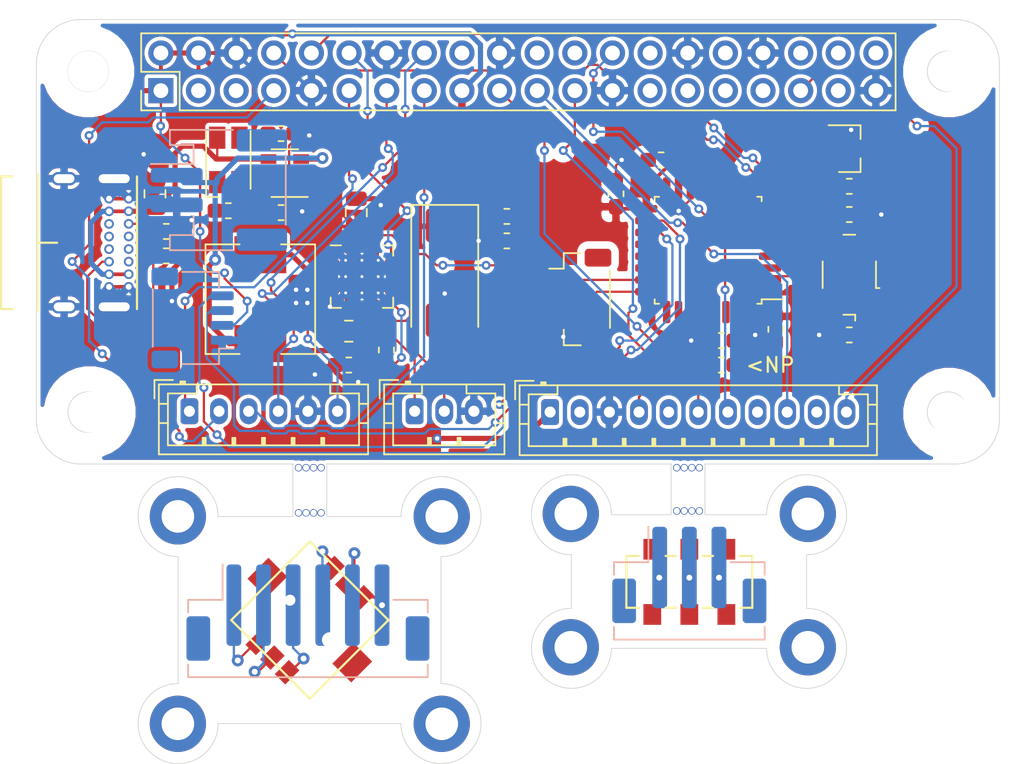
<source format=kicad_pcb>
(kicad_pcb (version 20171130) (host pcbnew "(5.1.5)-3")
  (title_block (title "Raspberry Pi® Zero W - Hat Template") (date 2018-12-28) (rev 1.0.8) (company StudioPieters®) (comment 1 https://www.studiopieters.nl))
  (layers (0 F.Cu signal) (31 B.Cu signal) (34 B.Paste user) (35 F.Paste user) (36 B.SilkS user) (37 F.SilkS user) (38 B.Mask user) (39 F.Mask user) (44 Edge.Cuts user))
  (net 0 "")
  (net 1 "Net-(J1-Pad3)")
  (net 2 "Net-(J1-Pad5)")
  (net 3 "Net-(J1-Pad18)")
  (net 4 "Net-(J1-Pad22)")
  (net 5 "Net-(J1-Pad24)")
  (net 6 "Net-(J1-Pad27)")
  (net 7 "Net-(J1-Pad28)")
  (net 8 "Net-(J1-Pad29)")
  (net 9 "Net-(J1-Pad31)")
  (net 10 "Net-(J1-Pad32)")
  (net 11 "Net-(J1-Pad33)")
  (net 12 "Net-(J1-Pad36)")
  (net 13 "Net-(J1-Pad38)")
  (net 14 "Net-(J1-Pad40)")
  (net 15 GND)
  (net 16 "Net-(C1-Pad1)")
  (net 17 "Net-(C2-Pad1)")
  (net 18 VBUS)
  (net 19 +3V3)
  (net 20 +BATT)
  (net 21 +5V)
  (net 22 /CHG_ST)
  (net 23 "Net-(D1-Pad3)")
  (net 24 "Net-(D1-Pad1)")
  (net 25 /~LOW_BAT)
  (net 26 /LCD_BL)
  (net 27 /LCD_~TCS)
  (net 28 /LCD_SCK)
  (net 29 /LCD_TDC)
  (net 30 /LCD_MOSI)
  (net 31 /PI_UART_RX)
  (net 32 /PI_UART_TX)
  (net 33 "Net-(J2-PadA5)")
  (net 34 "Net-(J2-PadA6)")
  (net 35 "Net-(J2-PadA7)")
  (net 36 "Net-(J2-PadA8)")
  (net 37 "Net-(J2-PadB8)")
  (net 38 "Net-(J2-PadB7)")
  (net 39 "Net-(J2-PadB6)")
  (net 40 "Net-(J2-PadB5)")
  (net 41 /IMU_SCL)
  (net 42 /IMU_SDA)
  (net 43 /SWCLK)
  (net 44 /SWDIO)
  (net 45 /LCD_~CCS)
  (net 46 /LCD_~TRS)
  (net 47 /LCD_MISO)
  (net 48 /LCD_3V3)
  (net 49 "Net-(L1-Pad2)")
  (net 50 /~RESET)
  (net 51 "Net-(R2-Pad1)")
  (net 52 "Net-(R6-Pad1)")
  (net 53 "Net-(R10-Pad1)")
  (net 54 "Net-(R12-Pad2)")
  (net 55 /ON\~OFF)
  (net 56 "Net-(U2-Pad30)")
  (net 57 "Net-(U2-Pad29)")
  (net 58 "Net-(U2-Pad28)")
  (net 59 "Net-(U2-Pad27)")
  (net 60 "Net-(U2-Pad26)")
  (net 61 "Net-(U2-Pad25)")
  (net 62 "Net-(U2-Pad22)")
  (net 63 "Net-(U2-Pad21)")
  (net 64 "Net-(U2-Pad20)")
  (net 65 "Net-(U2-Pad13)")
  (net 66 "Net-(U2-Pad12)")
  (net 67 "Net-(U2-Pad11)")
  (net 68 "Net-(U2-Pad10)")
  (net 69 "Net-(U2-Pad9)")
  (net 70 "Net-(U2-Pad6)")
  (net 71 "Net-(U2-Pad5)")
  (net 72 "Net-(U4-Pad2)")
  (net 73 /GPIO22)
  (net 74 /GPIO27)
  (net 75 /GPIO4)
  (net 76 /GPIO17)
  (net 77 /GPIO23)
  (net 78 /SW_3)
  (net 79 /SW_2)
  (net 80 /SW_1)
  (net 81 /JOY_D)
  (net 82 /JOY_GND)
  (net 83 /JOY_B)
  (net 84 /JOY_C)
  (net 85 /JOY_PUSH)
  (net 86 /JOY_A)
  (net 87 "Net-(J1-Pad37)")
  (module astropi:DR73 (layer F.Cu) (at 65.113 67.875 90)
    (fp_text reference L1 hide)
    (fp_text value DR73-6R8-R hide)
    (pad 1 smd rect (at -3 0 90) (size 2.5 3.5) (layers F.Cu F.Paste F.Mask) (net 20 +BATT))
    (pad 2 smd rect (at 3 0 90) (size 2.5 3.5) (layers F.Cu F.Paste F.Mask) (net 49 "Net-(L1-Pad2)"))
  )
  (module Connector_JST:JST_PH_S2B-PH-SM4-TB_1x02-1MP_P2.00mm_Horizontal (layer B.Cu) (at 62.319 60.509 270)
    (fp_text reference J3 hide)
    (fp_text value C47647 hide)
    (pad MP smd roundrect (at 3.35 -2.9 270) (size 1.5 3.4) (layers B.Cu B.Paste B.Mask) (roundrect_rratio 0.166667))
    (pad MP smd roundrect (at -3.35 -2.9 270) (size 1.5 3.4) (layers B.Cu B.Paste B.Mask) (roundrect_rratio 0.166667))
    (pad 2 smd roundrect (at 1 2.85 270) (size 1 3.5) (layers B.Cu B.Paste B.Mask) (net 15 GND))
    (pad 1 smd roundrect (at -1 2.85 270) (size 1 3.5) (layers B.Cu B.Paste B.Mask) (net 20 +BATT))
  )
  (module MountingHole:MountingHole_2.2mm_M2_ISO14580_Pad (layer F.Cu) (at 86.067 82.369)
    (fp_text reference REF** hide)
    (fp_text value MountingHole_2.2mm_M2_ISO14580_Pad hide)
    (pad 1 thru_hole circle (at 0 0) (size 3.8 3.8) (drill 2.2) (layers *.Cu *.Mask))
  )
  (module MountingHole:MountingHole_2.2mm_M2_ISO14580_Pad (layer F.Cu) (at 86.067 91.369)
    (fp_text reference REF** hide)
    (fp_text value MountingHole_2.2mm_M2_ISO14580_Pad hide)
    (pad 1 thru_hole circle (at 0 0) (size 3.8 3.8) (drill 2.2) (layers *.Cu *.Mask))
  )
  (module MountingHole:MountingHole_2.2mm_M2_ISO14580_Pad (layer F.Cu) (at 102.067 91.369)
    (fp_text reference REF** hide)
    (fp_text value MountingHole_2.2mm_M2_ISO14580_Pad hide)
    (pad 1 thru_hole circle (at 0 0) (size 3.8 3.8) (drill 2.2) (layers *.Cu *.Mask))
  )
  (module MountingHole:MountingHole_2.2mm_M2_ISO14580_Pad (layer F.Cu) (at 102.067 82.369)
    (fp_text reference REF** hide)
    (fp_text value MountingHole_2.2mm_M2_ISO14580_Pad hide)
    (pad 1 thru_hole circle (at 0 0) (size 3.8 3.8) (drill 2.2) (layers *.Cu *.Mask))
  )
  (module Connector_JST:JST_PH_B11B-PH-K_1x11_P2.00mm_Vertical (layer F.Cu) (at 84.671 75.495)
    (fp_text reference J6 hide)
    (fp_text value "B11B-PH-K-S(LF)(SN)" hide)
    (pad 11 thru_hole oval (at 20 0) (size 1.2 1.75) (drill 0.75) (layers *.Cu *.Mask) (net 26 /LCD_BL))
    (pad 10 thru_hole oval (at 18 0) (size 1.2 1.75) (drill 0.75) (layers *.Cu *.Mask) (net 45 /LCD_~CCS))
    (pad 9 thru_hole oval (at 16 0) (size 1.2 1.75) (drill 0.75) (layers *.Cu *.Mask) (net 29 /LCD_TDC))
    (pad 8 thru_hole oval (at 14 0) (size 1.2 1.75) (drill 0.75) (layers *.Cu *.Mask) (net 46 /LCD_~TRS))
    (pad 7 thru_hole oval (at 12 0) (size 1.2 1.75) (drill 0.75) (layers *.Cu *.Mask) (net 27 /LCD_~TCS))
    (pad 6 thru_hole oval (at 10 0) (size 1.2 1.75) (drill 0.75) (layers *.Cu *.Mask) (net 30 /LCD_MOSI))
    (pad 5 thru_hole oval (at 8 0) (size 1.2 1.75) (drill 0.75) (layers *.Cu *.Mask) (net 47 /LCD_MISO))
    (pad 4 thru_hole oval (at 6 0) (size 1.2 1.75) (drill 0.75) (layers *.Cu *.Mask) (net 28 /LCD_SCK))
    (pad 3 thru_hole oval (at 4 0) (size 1.2 1.75) (drill 0.75) (layers *.Cu *.Mask) (net 15 GND))
    (pad 2 thru_hole oval (at 2 0) (size 1.2 1.75) (drill 0.75) (layers *.Cu *.Mask) (net 48 /LCD_3V3))
    (pad 1 thru_hole roundrect (at 0 0) (size 1.2 1.75) (drill 0.75) (layers *.Cu *.Mask) (roundrect_rratio 0.208333) (net 21 +5V))
  )
  (module Connector_JST:JST_PH_B6B-PH-SM4-TB_1x06-1MP_P2.00mm_Vertical (layer B.Cu) (at 68.326 89.027)
    (fp_text reference J9 hide)
    (fp_text value CON_JOY_B hide)
    (pad MP smd roundrect (at 7.4 1.75) (size 1.6 3) (layers B.Cu B.Paste B.Mask) (roundrect_rratio 0.15625))
    (pad MP smd roundrect (at -7.4 1.75) (size 1.6 3) (layers B.Cu B.Paste B.Mask) (roundrect_rratio 0.15625))
    (pad 6 smd roundrect (at 5 -0.5) (size 1 5.5) (layers B.Cu B.Paste B.Mask) (net 81 /JOY_D))
    (pad 5 smd roundrect (at 3 -0.5) (size 1 5.5) (layers B.Cu B.Paste B.Mask) (net 82 /JOY_GND))
    (pad 4 smd roundrect (at 1 -0.5) (size 1 5.5) (layers B.Cu B.Paste B.Mask) (net 83 /JOY_B))
    (pad 3 smd roundrect (at -1 -0.5) (size 1 5.5) (layers B.Cu B.Paste B.Mask) (net 84 /JOY_C))
    (pad 2 smd roundrect (at -3 -0.5) (size 1 5.5) (layers B.Cu B.Paste B.Mask) (net 85 /JOY_PUSH))
    (pad 1 smd roundrect (at -5 -0.5) (size 1 5.5) (layers B.Cu B.Paste B.Mask) (net 86 /JOY_A))
  )
  (module Connector_JST:JST_PH_B3B-PH-SM4-TB_1x03-1MP_P2.00mm_Vertical (layer B.Cu) (at 94.067 86.487)
    (fp_text reference J8 hide)
    (fp_text value CON_SW_B hide)
    (pad MP smd roundrect (at 4.4 1.75) (size 1.6 3) (layers B.Cu B.Paste B.Mask) (roundrect_rratio 0.15625))
    (pad MP smd roundrect (at -4.4 1.75) (size 1.6 3) (layers B.Cu B.Paste B.Mask) (roundrect_rratio 0.15625))
    (pad 3 smd roundrect (at 2 -0.5) (size 1 5.5) (layers B.Cu B.Paste B.Mask) (net 78 /SW_3))
    (pad 2 smd roundrect (at 0 -0.5) (size 1 5.5) (layers B.Cu B.Paste B.Mask) (net 79 /SW_2))
    (pad 1 smd roundrect (at -2 -0.5) (size 1 5.5) (layers B.Cu B.Paste B.Mask) (net 80 /SW_1))
  )
  (module Connector_JST:JST_PH_B6B-PH-K_1x06_P2.00mm_Vertical (layer F.Cu) (at 60.325 75.438)
    (fp_text reference J10 hide)
    (fp_text value "B6B-PH-K(LF)(SN)" hide)
    (pad 6 thru_hole oval (at 10 0) (size 1.2 1.75) (drill 0.75) (layers *.Cu *.Mask) (net 77 /GPIO23))
    (pad 5 thru_hole oval (at 8 0) (size 1.2 1.75) (drill 0.75) (layers *.Cu *.Mask) (net 15 GND))
    (pad 4 thru_hole oval (at 6 0) (size 1.2 1.75) (drill 0.75) (layers *.Cu *.Mask) (net 74 /GPIO27))
    (pad 3 thru_hole oval (at 4 0) (size 1.2 1.75) (drill 0.75) (layers *.Cu *.Mask) (net 73 /GPIO22))
    (pad 2 thru_hole oval (at 2 0) (size 1.2 1.75) (drill 0.75) (layers *.Cu *.Mask) (net 75 /GPIO4))
    (pad 1 thru_hole roundrect (at 0 0) (size 1.2 1.75) (drill 0.75) (layers *.Cu *.Mask) (roundrect_rratio 0.208333) (net 76 /GPIO17))
  )
  (module Connector_JST:JST_PH_B3B-PH-K_1x03_P2.00mm_Vertical (layer F.Cu) (at 75.527 75.438)
    (fp_text reference J7 hide)
    (fp_text value "B3B-PH-K-S(LF)(SN)" hide)
    (pad 3 thru_hole oval (at 4 0) (size 1.2 1.75) (drill 0.75) (layers *.Cu *.Mask) (net 15 GND))
    (pad 2 thru_hole oval (at 2 0) (size 1.2 1.75) (drill 0.75) (layers *.Cu *.Mask) (net 55 /ON\~OFF))
    (pad 1 thru_hole roundrect (at 0 0) (size 1.2 1.75) (drill 0.75) (layers *.Cu *.Mask) (roundrect_rratio 0.208333) (net 20 +BATT))
  )
  (module MountingHole:MountingHole_2.2mm_M2_ISO14580_Pad (layer F.Cu) (at 59.548 82.535)
    (fp_text reference REF** hide)
    (fp_text value MountingHole_2.2mm_M2_ISO14580_Pad hide)
    (pad 1 thru_hole circle (at 0 0) (size 3.8 3.8) (drill 2.2) (layers *.Cu *.Mask))
  )
  (module MountingHole:MountingHole_2.2mm_M2_ISO14580_Pad (layer F.Cu) (at 77.358 82.535)
    (fp_text reference REF** hide)
    (fp_text value MountingHole_2.2mm_M2_ISO14580_Pad hide)
    (pad 1 thru_hole circle (at 0 0) (size 3.8 3.8) (drill 2.2) (layers *.Cu *.Mask))
  )
  (module MountingHole:MountingHole_2.2mm_M2_ISO14580_Pad (layer F.Cu) (at 59.548 96.535)
    (fp_text reference REF** hide)
    (fp_text value MountingHole_2.2mm_M2_ISO14580_Pad hide)
    (pad 1 thru_hole circle (at 0 0) (size 3.8 3.8) (drill 2.2) (layers *.Cu *.Mask))
  )
  (module MountingHole:MountingHole_2.2mm_M2_ISO14580_Pad (layer F.Cu) (at 77.358 96.535)
    (fp_text reference REF** hide)
    (fp_text value MountingHole_2.2mm_M2_ISO14580_Pad hide)
    (pad 1 thru_hole circle (at 0 0) (size 3.8 3.8) (drill 2.2) (layers *.Cu *.Mask))
  )
  (module astropi:SKRHAAE010 (layer F.Cu) (at 68.453 89.535 45)
    (fp_text reference U5 hide)
    (fp_text value SKRHAAE010 hide)
    (pad "" np_thru_hole circle (at 0 1.9 45) (size 1.05 1.05) (drill 1.05) (layers *.Cu *.Mask))
    (pad "" np_thru_hole circle (at 0 -1.9 45) (size 0.75 0.75) (drill 0.75) (layers *.Cu *.Mask))
    (pad "" smd rect (at 0 4.05 45) (size 2 1.8) (layers F.Cu F.Paste F.Mask))
    (pad "" smd rect (at 0 -4.05 45) (size 2 1.8) (layers F.Cu F.Paste F.Mask))
    (pad 6 smd rect (at 3.575 1.4 45) (size 1.35 1) (layers F.Cu F.Paste F.Mask) (net 81 /JOY_D))
    (pad 5 smd rect (at 3.575 0 45) (size 1.35 1) (layers F.Cu F.Paste F.Mask) (net 82 /JOY_GND))
    (pad 4 smd rect (at 3.575 -1.4 45) (size 1.35 1) (layers F.Cu F.Paste F.Mask) (net 83 /JOY_B))
    (pad 3 smd rect (at -3.575 1.4 45) (size 1.35 1) (layers F.Cu F.Paste F.Mask) (net 84 /JOY_C))
    (pad 2 smd rect (at -3.575 0 45) (size 1.35 1) (layers F.Cu F.Paste F.Mask) (net 85 /JOY_PUSH))
    (pad 1 smd rect (at -3.575 -1.4 45) (size 1.35 1) (layers F.Cu F.Paste F.Mask) (net 86 /JOY_A))
  )
  (module Crystal:Crystal_SMD_Abracon_ABM3B-4Pin_5.0x3.2mm (layer F.Cu) (at 104.864 66.224 90)
    (fp_text reference Y1 hide)
    (fp_text value X1H016000FI1H-X hide)
    (pad 1 smd rect (at -2 1.2 90) (size 1.8 1.2) (layers F.Cu F.Paste F.Mask) (net 16 "Net-(C1-Pad1)"))
    (pad 2 smd rect (at 2 1.2 90) (size 1.8 1.2) (layers F.Cu F.Paste F.Mask) (net 15 GND))
    (pad 3 smd rect (at 2 -1.2 90) (size 1.8 1.2) (layers F.Cu F.Paste F.Mask) (net 17 "Net-(C2-Pad1)"))
    (pad 4 smd rect (at -2 -1.2 90) (size 1.8 1.2) (layers F.Cu F.Paste F.Mask) (net 15 GND))
  )
  (module Package_DFN_QFN:Texas_S-PVQFN-N16_EP2.7x2.7mm_ThermalVias (layer F.Cu) (at 71.971 66.351)
    (fp_text reference U4 hide)
    (fp_text value TPS61090 hide)
    (pad 16 smd roundrect (at -0.975 -1.9625) (size 0.35 0.825) (layers F.Cu F.Paste F.Mask) (net 21 +5V))
    (pad 15 smd roundrect (at -0.325 -1.9625) (size 0.35 0.825) (layers F.Cu F.Paste F.Mask) (net 21 +5V))
    (pad 14 smd roundrect (at 0.325 -1.9625) (size 0.35 0.825) (layers F.Cu F.Paste F.Mask) (net 54 "Net-(R12-Pad2)"))
    (pad 13 smd roundrect (at 0.975 -1.9625) (size 0.35 0.825) (layers F.Cu F.Paste F.Mask) (net 15 GND))
    (pad 12 smd roundrect (at 1.9625 -0.975) (size 0.825 0.35) (layers F.Cu F.Paste F.Mask) (net 25 /~LOW_BAT))
    (pad 11 smd roundrect (at 1.9625 -0.325) (size 0.825 0.35) (layers F.Cu F.Paste F.Mask) (net 55 /ON\~OFF))
    (pad 10 smd roundrect (at 1.9625 0.325) (size 0.825 0.35) (layers F.Cu F.Paste F.Mask) (net 20 +BATT))
    (pad 9 smd roundrect (at 1.9625 0.975) (size 0.825 0.35) (layers F.Cu F.Paste F.Mask) (net 53 "Net-(R10-Pad1)"))
    (pad 8 smd roundrect (at 0.975 1.9625) (size 0.35 0.825) (layers F.Cu F.Paste F.Mask) (net 20 +BATT))
    (pad 7 smd roundrect (at 0.325 1.9625) (size 0.35 0.825) (layers F.Cu F.Paste F.Mask) (net 15 GND))
    (pad 6 smd roundrect (at -0.325 1.9625) (size 0.35 0.825) (layers F.Cu F.Paste F.Mask) (net 15 GND))
    (pad 5 smd roundrect (at -0.975 1.9625) (size 0.35 0.825) (layers F.Cu F.Paste F.Mask) (net 15 GND))
    (pad 4 smd roundrect (at -1.9625 0.975) (size 0.825 0.35) (layers F.Cu F.Paste F.Mask) (net 49 "Net-(L1-Pad2)"))
    (pad 3 smd roundrect (at -1.9625 0.325) (size 0.825 0.35) (layers F.Cu F.Paste F.Mask) (net 49 "Net-(L1-Pad2)"))
    (pad 2 smd roundrect (at -1.9625 -0.325) (size 0.825 0.35) (layers F.Cu F.Paste F.Mask) (net 72 "Net-(U4-Pad2)"))
    (pad 1 smd roundrect (at -1.9625 -0.975) (size 0.825 0.35) (layers F.Cu F.Paste F.Mask) (net 21 +5V))
    (pad 17 smd roundrect (at 0 0) (size 2.7 2.7) (layers B.Cu) (roundrect_rratio 0.09300000000000001) (net 15 GND))
    (pad 17 thru_hole circle (at 1.1 1.1) (size 0.5 0.5) (drill 0.2) (layers *.Cu) (net 15 GND))
    (pad 17 thru_hole circle (at 0 1.1) (size 0.5 0.5) (drill 0.2) (layers *.Cu) (net 15 GND))
    (pad 17 thru_hole circle (at -1.1 1.1) (size 0.5 0.5) (drill 0.2) (layers *.Cu) (net 15 GND))
    (pad 17 thru_hole circle (at 1.1 0) (size 0.5 0.5) (drill 0.2) (layers *.Cu) (net 15 GND))
    (pad 17 thru_hole circle (at 0 0) (size 0.5 0.5) (drill 0.2) (layers *.Cu) (net 15 GND))
    (pad 17 thru_hole circle (at -1.1 0) (size 0.5 0.5) (drill 0.2) (layers *.Cu) (net 15 GND))
    (pad 17 thru_hole circle (at 1.1 -1.1) (size 0.5 0.5) (drill 0.2) (layers *.Cu) (net 15 GND))
    (pad 17 thru_hole circle (at 0 -1.1) (size 0.5 0.5) (drill 0.2) (layers *.Cu) (net 15 GND))
    (pad 17 thru_hole circle (at -1.1 -1.1) (size 0.5 0.5) (drill 0.2) (layers *.Cu) (net 15 GND))
    (pad 17 smd roundrect (at 0 0) (size 2.7 2.7) (layers F.Cu F.Mask) (roundrect_rratio 0.09300000000000001) (net 15 GND))
  )
  (module Package_TO_SOT_SMD:SOT-23-5 (layer F.Cu) (at 66.764 59.366 180)
    (fp_text reference U3 hide)
    (fp_text value MCP73831-2-OT hide)
    (pad 1 smd rect (at -1.1 -0.95 180) (size 1.06 0.65) (layers F.Cu F.Paste F.Mask) (net 22 /CHG_ST))
    (pad 2 smd rect (at -1.1 0 180) (size 1.06 0.65) (layers F.Cu F.Paste F.Mask) (net 15 GND))
    (pad 3 smd rect (at -1.1 0.95 180) (size 1.06 0.65) (layers F.Cu F.Paste F.Mask) (net 20 +BATT))
    (pad 4 smd rect (at 1.1 0.95 180) (size 1.06 0.65) (layers F.Cu F.Paste F.Mask) (net 18 VBUS))
    (pad 5 smd rect (at 1.1 -0.95 180) (size 1.06 0.65) (layers F.Cu F.Paste F.Mask) (net 52 "Net-(R6-Pad1)"))
  )
  (module Package_QFP:LQFP-32_7x7mm_P0.8mm (layer F.Cu) (at 95.339 64.573 180)
    (fp_text reference U2 hide)
    (fp_text value STM32G431KBTx hide)
    (pad 1 smd roundrect (at -4.175 -2.8 180) (size 1.5 0.5) (layers F.Cu F.Paste F.Mask) (net 19 +3V3))
    (pad 2 smd roundrect (at -4.175 -2 180) (size 1.5 0.5) (layers F.Cu F.Paste F.Mask) (net 16 "Net-(C1-Pad1)"))
    (pad 3 smd roundrect (at -4.175 -1.2 180) (size 1.5 0.5) (layers F.Cu F.Paste F.Mask) (net 17 "Net-(C2-Pad1)"))
    (pad 4 smd roundrect (at -4.175 -0.4 180) (size 1.5 0.5) (layers F.Cu F.Paste F.Mask) (net 50 /~RESET))
    (pad 5 smd roundrect (at -4.175 0.4 180) (size 1.5 0.5) (layers F.Cu F.Paste F.Mask) (net 71 "Net-(U2-Pad5)"))
    (pad 6 smd roundrect (at -4.175 1.2 180) (size 1.5 0.5) (layers F.Cu F.Paste F.Mask) (net 70 "Net-(U2-Pad6)"))
    (pad 7 smd roundrect (at -4.175 2 180) (size 1.5 0.5) (layers F.Cu F.Paste F.Mask) (net 31 /PI_UART_RX))
    (pad 8 smd roundrect (at -4.175 2.8 180) (size 1.5 0.5) (layers F.Cu F.Paste F.Mask) (net 32 /PI_UART_TX))
    (pad 9 smd roundrect (at -2.8 4.175 180) (size 0.5 1.5) (layers F.Cu F.Paste F.Mask) (net 69 "Net-(U2-Pad9)"))
    (pad 10 smd roundrect (at -2 4.175 180) (size 0.5 1.5) (layers F.Cu F.Paste F.Mask) (net 68 "Net-(U2-Pad10)"))
    (pad 11 smd roundrect (at -1.2 4.175 180) (size 0.5 1.5) (layers F.Cu F.Paste F.Mask) (net 67 "Net-(U2-Pad11)"))
    (pad 12 smd roundrect (at -0.4 4.175 180) (size 0.5 1.5) (layers F.Cu F.Paste F.Mask) (net 66 "Net-(U2-Pad12)"))
    (pad 13 smd roundrect (at 0.4 4.175 180) (size 0.5 1.5) (layers F.Cu F.Paste F.Mask) (net 65 "Net-(U2-Pad13)"))
    (pad 14 smd roundrect (at 1.2 4.175 180) (size 0.5 1.5) (layers F.Cu F.Paste F.Mask) (net 15 GND))
    (pad 15 smd roundrect (at 2 4.175 180) (size 0.5 1.5) (layers F.Cu F.Paste F.Mask) (net 19 +3V3))
    (pad 16 smd roundrect (at 2.8 4.175 180) (size 0.5 1.5) (layers F.Cu F.Paste F.Mask) (net 15 GND))
    (pad 17 smd roundrect (at 4.175 2.8 180) (size 1.5 0.5) (layers F.Cu F.Paste F.Mask) (net 19 +3V3))
    (pad 18 smd roundrect (at 4.175 2 180) (size 1.5 0.5) (layers F.Cu F.Paste F.Mask) (net 42 /IMU_SDA))
    (pad 19 smd roundrect (at 4.175 1.2 180) (size 1.5 0.5) (layers F.Cu F.Paste F.Mask) (net 41 /IMU_SCL))
    (pad 20 smd roundrect (at 4.175 0.4 180) (size 1.5 0.5) (layers F.Cu F.Paste F.Mask) (net 64 "Net-(U2-Pad20)"))
    (pad 21 smd roundrect (at 4.175 -0.4 180) (size 1.5 0.5) (layers F.Cu F.Paste F.Mask) (net 63 "Net-(U2-Pad21)"))
    (pad 22 smd roundrect (at 4.175 -1.2 180) (size 1.5 0.5) (layers F.Cu F.Paste F.Mask) (net 62 "Net-(U2-Pad22)"))
    (pad 23 smd roundrect (at 4.175 -2 180) (size 1.5 0.5) (layers F.Cu F.Paste F.Mask) (net 44 /SWDIO))
    (pad 24 smd roundrect (at 4.175 -2.8 180) (size 1.5 0.5) (layers F.Cu F.Paste F.Mask) (net 43 /SWCLK))
    (pad 25 smd roundrect (at 2.8 -4.175 180) (size 0.5 1.5) (layers F.Cu F.Paste F.Mask) (net 61 "Net-(U2-Pad25)"))
    (pad 26 smd roundrect (at 2 -4.175 180) (size 0.5 1.5) (layers F.Cu F.Paste F.Mask) (net 60 "Net-(U2-Pad26)"))
    (pad 27 smd roundrect (at 1.2 -4.175 180) (size 0.5 1.5) (layers F.Cu F.Paste F.Mask) (net 59 "Net-(U2-Pad27)"))
    (pad 28 smd roundrect (at 0.4 -4.175 180) (size 0.5 1.5) (layers F.Cu F.Paste F.Mask) (net 58 "Net-(U2-Pad28)"))
    (pad 29 smd roundrect (at -0.4 -4.175 180) (size 0.5 1.5) (layers F.Cu F.Paste F.Mask) (net 57 "Net-(U2-Pad29)"))
    (pad 30 smd roundrect (at -1.2 -4.175 180) (size 0.5 1.5) (layers F.Cu F.Paste F.Mask) (net 56 "Net-(U2-Pad30)"))
    (pad 31 smd roundrect (at -2 -4.175 180) (size 0.5 1.5) (layers F.Cu F.Paste F.Mask) (net 51 "Net-(R2-Pad1)"))
    (pad 32 smd roundrect (at -2.8 -4.175 180) (size 0.5 1.5) (layers F.Cu F.Paste F.Mask) (net 15 GND))
  )
  (module Package_TO_SOT_SMD:SOT-23 (layer F.Cu) (at 104.864 57.715)
    (fp_text reference U1 hide)
    (fp_text value LM809 hide)
    (pad 1 smd rect (at -1 -0.95) (size 0.9 0.8) (layers F.Cu F.Paste F.Mask) (net 15 GND))
    (pad 2 smd rect (at -1 0.95) (size 0.9 0.8) (layers F.Cu F.Paste F.Mask) (net 50 /~RESET))
    (pad 3 smd rect (at 1 0) (size 0.9 0.8) (layers F.Cu F.Paste F.Mask) (net 19 +3V3))
  )
  (module astropi:SSSS213202 (layer F.Cu) (at 91.567 89.154 90)
    (fp_text reference SW1 hide)
    (fp_text value SSSS213202 hide)
    (pad 1 smd rect (at 0 0 90) (size 1.4 1.2) (layers F.Cu F.Paste F.Mask) (net 80 /SW_1))
    (pad 2 smd rect (at 0 2.5 90) (size 1.4 1.2) (layers F.Cu F.Paste F.Mask) (net 79 /SW_2))
    (pad 3 smd rect (at 0 5 90) (size 1.4 1.2) (layers F.Cu F.Paste F.Mask) (net 78 /SW_3))
    (pad 6 smd rect (at 4.4 5 90) (size 1.4 1.2) (layers F.Cu F.Paste F.Mask))
    (pad 5 smd rect (at 4.4 2.5 90) (size 1.4 1.2) (layers F.Cu F.Paste F.Mask))
    (pad 4 smd rect (at 4.4 0 90) (size 1.4 1.2) (layers F.Cu F.Paste F.Mask))
  )
  (module Resistor_SMD:R_0603_1608Metric_Pad1.05x0.95mm_HandSolder (layer F.Cu) (at 81.75 63.938 180)
    (fp_text reference R13 hide)
    (fp_text value 200k hide)
    (pad 1 smd roundrect (at -0.875 0 180) (size 1.05 0.95) (layers F.Cu F.Paste F.Mask) (net 54 "Net-(R12-Pad2)"))
    (pad 2 smd roundrect (at 0.875 0 180) (size 1.05 0.95) (layers F.Cu F.Paste F.Mask) (net 15 GND))
  )
  (module Resistor_SMD:R_0603_1608Metric_Pad1.05x0.95mm_HandSolder (layer F.Cu) (at 81.75 62.287)
    (fp_text reference R12 hide)
    (fp_text value 1.85Meg hide)
    (pad 1 smd roundrect (at -0.875 0) (size 1.05 0.95) (layers F.Cu F.Paste F.Mask) (net 21 +5V))
    (pad 2 smd roundrect (at 0.875 0) (size 1.05 0.95) (layers F.Cu F.Paste F.Mask) (net 54 "Net-(R12-Pad2)"))
  )
  (module Resistor_SMD:R_0603_1608Metric_Pad1.05x0.95mm_HandSolder (layer F.Cu) (at 71.082 72.32 180)
    (fp_text reference R10 hide)
    (fp_text value 390k hide)
    (pad 1 smd roundrect (at -0.875 0 180) (size 1.05 0.95) (layers F.Cu F.Paste F.Mask) (net 53 "Net-(R10-Pad1)"))
    (pad 2 smd roundrect (at 0.875 0 180) (size 1.05 0.95) (layers F.Cu F.Paste F.Mask) (net 15 GND))
  )
  (module Resistor_SMD:R_0603_1608Metric_Pad1.05x0.95mm_HandSolder (layer F.Cu) (at 73.622 71.304 270)
    (fp_text reference R9 hide)
    (fp_text value 2.1Meg hide)
    (pad 1 smd roundrect (at -0.875 0 270) (size 1.05 0.95) (layers F.Cu F.Paste F.Mask) (net 20 +BATT))
    (pad 2 smd roundrect (at 0.875 0 270) (size 1.05 0.95) (layers F.Cu F.Paste F.Mask) (net 53 "Net-(R10-Pad1)"))
  )
  (module Resistor_SMD:R_0603_1608Metric_Pad1.05x0.95mm_HandSolder (layer F.Cu) (at 66.51 56.699)
    (fp_text reference R8 hide)
    (fp_text value 1k hide)
    (pad 1 smd roundrect (at -0.875 0) (size 1.05 0.95) (layers F.Cu F.Paste F.Mask) (net 23 "Net-(D1-Pad3)"))
    (pad 2 smd roundrect (at 0.875 0) (size 1.05 0.95) (layers F.Cu F.Paste F.Mask) (net 15 GND))
  )
  (module Resistor_SMD:R_0603_1608Metric_Pad1.05x0.95mm_HandSolder (layer F.Cu) (at 62.954 61.906)
    (fp_text reference R7 hide)
    (fp_text value 1k hide)
    (pad 1 smd roundrect (at -0.875 0) (size 1.05 0.95) (layers F.Cu F.Paste F.Mask) (net 24 "Net-(D1-Pad1)"))
    (pad 2 smd roundrect (at 0.875 0) (size 1.05 0.95) (layers F.Cu F.Paste F.Mask) (net 22 /CHG_ST))
  )
  (module Resistor_SMD:R_0603_1608Metric_Pad1.05x0.95mm_HandSolder (layer F.Cu) (at 66.51 62.033)
    (fp_text reference R6 hide)
    (fp_text value 2k hide)
    (pad 1 smd roundrect (at -0.875 0) (size 1.05 0.95) (layers F.Cu F.Paste F.Mask) (net 52 "Net-(R6-Pad1)"))
    (pad 2 smd roundrect (at 0.875 0) (size 1.05 0.95) (layers F.Cu F.Paste F.Mask) (net 15 GND))
  )
  (module Resistor_SMD:R_0603_1608Metric_Pad1.05x0.95mm_HandSolder (layer F.Cu) (at 58.763 64.954 180)
    (fp_text reference R5 hide)
    (fp_text value 5k1 hide)
    (pad 1 smd roundrect (at -0.875 0 180) (size 1.05 0.95) (layers F.Cu F.Paste F.Mask) (net 15 GND))
    (pad 2 smd roundrect (at 0.875 0 180) (size 1.05 0.95) (layers F.Cu F.Paste F.Mask) (net 40 "Net-(J2-PadB5)"))
  )
  (module Resistor_SMD:R_0603_1608Metric_Pad1.05x0.95mm_HandSolder (layer F.Cu) (at 58.763 63.303 180)
    (fp_text reference R4 hide)
    (fp_text value 5k1 hide)
    (pad 1 smd roundrect (at -0.875 0 180) (size 1.05 0.95) (layers F.Cu F.Paste F.Mask) (net 15 GND))
    (pad 2 smd roundrect (at 0.875 0 180) (size 1.05 0.95) (layers F.Cu F.Paste F.Mask) (net 33 "Net-(J2-PadA5)"))
  )
  (module Resistor_SMD:R_0603_1608Metric_Pad1.05x0.95mm_HandSolder (layer F.Cu) (at 96.228 72.32)
    (fp_text reference R3 hide)
    (fp_text value 10k hide)
    (pad 1 smd roundrect (at -0.875 0) (size 1.05 0.95) (layers F.Cu F.Paste F.Mask) (net 19 +3V3))
    (pad 2 smd roundrect (at 0.875 0) (size 1.05 0.95) (layers F.Cu F.Paste F.Mask) (net 51 "Net-(R2-Pad1)"))
  )
  (module Resistor_SMD:R_0603_1608Metric_Pad1.05x0.95mm_HandSolder (layer F.Cu) (at 96.228 70.669 180)
    (fp_text reference R2 hide)
    (fp_text value 10k hide)
    (pad 1 smd roundrect (at -0.875 0 180) (size 1.05 0.95) (layers F.Cu F.Paste F.Mask) (net 51 "Net-(R2-Pad1)"))
    (pad 2 smd roundrect (at 0.875 0 180) (size 1.05 0.95) (layers F.Cu F.Paste F.Mask) (net 15 GND))
  )
  (module Resistor_SMD:R_0603_1608Metric_Pad1.05x0.95mm_HandSolder (layer F.Cu) (at 104.864 60.255 180)
    (fp_text reference R1 hide)
    (fp_text value 10k hide)
    (pad 1 smd roundrect (at -0.875 0 180) (size 1.05 0.95) (layers F.Cu F.Paste F.Mask) (net 19 +3V3))
    (pad 2 smd roundrect (at 0.875 0 180) (size 1.05 0.95) (layers F.Cu F.Paste F.Mask) (net 50 /~RESET))
  )
  (module Connector_JST:JST_SH_BM04B-SRSS-TB_1x04-1MP_P1.00mm_Vertical (layer F.Cu) (at 86.703 67.875 270)
    (fp_text reference J5 hide)
    (fp_text value A1002WV-S-4P hide)
    (pad 1 smd roundrect (at -1.5 1.325 270) (size 0.6 1.55) (layers F.Cu F.Paste F.Mask) (net 19 +3V3))
    (pad 2 smd roundrect (at -0.5 1.325 270) (size 0.6 1.55) (layers F.Cu F.Paste F.Mask) (net 44 /SWDIO))
    (pad 3 smd roundrect (at 0.5 1.325 270) (size 0.6 1.55) (layers F.Cu F.Paste F.Mask) (net 43 /SWCLK))
    (pad 4 smd roundrect (at 1.5 1.325 270) (size 0.6 1.55) (layers F.Cu F.Paste F.Mask) (net 15 GND))
    (pad MP smd roundrect (at -2.8 -1.2 270) (size 1.2 1.8) (layers F.Cu F.Paste F.Mask) (roundrect_rratio 0.208333))
    (pad MP smd roundrect (at 2.8 -1.2 270) (size 1.2 1.8) (layers F.Cu F.Paste F.Mask) (roundrect_rratio 0.208333))
  )
  (module Connector_JST:JST_SH_SM04B-SRSS-TB_1x04-1MP_P1.00mm_Horizontal (layer B.Cu) (at 60.541 69.145 90)
    (fp_text reference J4 hide)
    (fp_text value I2C_IMU hide)
    (pad 1 smd roundrect (at -1.5 2 90) (size 0.6 1.55) (layers B.Cu B.Paste B.Mask) (net 15 GND))
    (pad 2 smd roundrect (at -0.5 2 90) (size 0.6 1.55) (layers B.Cu B.Paste B.Mask) (net 19 +3V3))
    (pad 3 smd roundrect (at 0.5 2 90) (size 0.6 1.55) (layers B.Cu B.Paste B.Mask) (net 42 /IMU_SDA))
    (pad 4 smd roundrect (at 1.5 2 90) (size 0.6 1.55) (layers B.Cu B.Paste B.Mask) (net 41 /IMU_SCL))
    (pad MP smd roundrect (at -2.8 -1.875 90) (size 1.2 1.8) (layers B.Cu B.Paste B.Mask) (roundrect_rratio 0.208333))
    (pad MP smd roundrect (at 2.8 -1.875 90) (size 1.2 1.8) (layers B.Cu B.Paste B.Mask) (roundrect_rratio 0.208333))
  )
  (module astropi:USB_C_GCT_USB4085 (layer F.Cu) (at 50.127 64.065 270)
    (fp_text reference J2 hide)
    (fp_text value USB_C_Receptacle_USB2.0 hide)
    (pad S1 thru_hole oval (at 4.325 -1.74 270) (size 0.9 1.7) (drill oval 0.6 1.4) (layers *.Cu *.Mask) (net 15 GND))
    (pad S1 thru_hole oval (at -4.325 -1.74 270) (size 0.9 1.7) (drill oval 0.6 1.4) (layers *.Cu *.Mask) (net 15 GND))
    (pad S1 thru_hole oval (at 4.325 -5.12 270) (size 0.9 2.4) (drill oval 0.6 2.1) (layers *.Cu *.Mask) (net 15 GND))
    (pad S1 thru_hole oval (at -4.325 -5.12 270) (size 0.9 2.4) (drill oval 0.6 2.1) (layers *.Cu *.Mask) (net 15 GND))
    (pad B1 thru_hole circle (at 2.98 -4.775 270) (size 0.65 0.65) (drill 0.4) (layers *.Cu *.Mask) (net 15 GND))
    (pad B4 thru_hole circle (at 2.13 -4.775 270) (size 0.65 0.65) (drill 0.4) (layers *.Cu *.Mask) (net 18 VBUS))
    (pad B5 thru_hole circle (at 1.28 -4.775 270) (size 0.65 0.65) (drill 0.4) (layers *.Cu *.Mask) (net 40 "Net-(J2-PadB5)"))
    (pad B6 thru_hole circle (at 0.43 -4.775 270) (size 0.65 0.65) (drill 0.4) (layers *.Cu *.Mask) (net 39 "Net-(J2-PadB6)"))
    (pad B7 thru_hole circle (at -0.42 -4.775 270) (size 0.65 0.65) (drill 0.4) (layers *.Cu *.Mask) (net 38 "Net-(J2-PadB7)"))
    (pad B8 thru_hole circle (at -1.27 -4.775 270) (size 0.65 0.65) (drill 0.4) (layers *.Cu *.Mask) (net 37 "Net-(J2-PadB8)"))
    (pad B9 thru_hole circle (at -2.12 -4.775 270) (size 0.65 0.65) (drill 0.4) (layers *.Cu *.Mask) (net 18 VBUS))
    (pad B12 thru_hole circle (at -2.975 -4.775 270) (size 0.65 0.65) (drill 0.4) (layers *.Cu *.Mask) (net 15 GND))
    (pad A12 thru_hole circle (at 2.975 -6.1 270) (size 0.65 0.65) (drill 0.4) (layers *.Cu *.Mask) (net 15 GND))
    (pad A9 thru_hole circle (at 2.125 -6.1 270) (size 0.65 0.65) (drill 0.4) (layers *.Cu *.Mask) (net 18 VBUS))
    (pad A8 thru_hole circle (at 1.275 -6.1 270) (size 0.65 0.65) (drill 0.4) (layers *.Cu *.Mask) (net 36 "Net-(J2-PadA8)"))
    (pad A7 thru_hole circle (at 0.425 -6.1 270) (size 0.65 0.65) (drill 0.4) (layers *.Cu *.Mask) (net 35 "Net-(J2-PadA7)"))
    (pad A6 thru_hole circle (at -0.425 -6.1 270) (size 0.65 0.65) (drill 0.4) (layers *.Cu *.Mask) (net 34 "Net-(J2-PadA6)"))
    (pad A4 thru_hole circle (at -2.125 -6.1 270) (size 0.65 0.65) (drill 0.4) (layers *.Cu *.Mask) (net 18 VBUS))
    (pad A1 thru_hole circle (at -2.975 -6.1 270) (size 0.65 0.65) (drill 0.4) (layers *.Cu *.Mask) (net 15 GND))
    (pad A5 thru_hole circle (at -1.275 -6.1 270) (size 0.65 0.65) (drill 0.4) (layers *.Cu *.Mask) (net 33 "Net-(J2-PadA5)"))
  )
  (module LED_SMD:LED_Avago_PLCC4_3.2x2.8mm_CW (layer F.Cu) (at 62.954 58.477 90)
    (fp_text reference D1 hide)
    (fp_text value HSMF-C155 hide)
    (pad 1 smd rect (at -1.5 -0.75 90) (size 1.5 1.1) (layers F.Cu F.Paste F.Mask) (net 24 "Net-(D1-Pad1)"))
    (pad 2 smd rect (at 1.5 -0.75 90) (size 1.5 1.1) (layers F.Cu F.Paste F.Mask) (net 18 VBUS))
    (pad 3 smd rect (at 1.5 0.75 90) (size 1.5 1.1) (layers F.Cu F.Paste F.Mask) (net 23 "Net-(D1-Pad3)"))
    (pad 4 smd rect (at -1.5 0.75 90) (size 1.5 1.1) (layers F.Cu F.Paste F.Mask) (net 22 /CHG_ST))
  )
  (module Capacitor_Tantalum_SMD:CP_EIA-7343-31_Kemet-D_Pad2.25x2.55mm_HandSolder (layer F.Cu) (at 77.559 66.097 270)
    (fp_text reference C10 hide)
    (fp_text value 100uF hide)
    (pad 1 smd roundrect (at -3.2 0 270) (size 2.25 2.55) (layers F.Cu F.Paste F.Mask) (roundrect_rratio 0.111111) (net 21 +5V))
    (pad 2 smd roundrect (at 3.2 0 270) (size 2.25 2.55) (layers F.Cu F.Paste F.Mask) (roundrect_rratio 0.111111) (net 15 GND))
  )
  (module Capacitor_SMD:C_0805_2012Metric (layer F.Cu) (at 71.59 62.033 90)
    (fp_text reference C9 hide)
    (fp_text value 2.2uF hide)
    (pad 1 smd roundrect (at -0.9375 0 90) (size 0.975 1.4) (layers F.Cu F.Paste F.Mask) (net 21 +5V))
    (pad 2 smd roundrect (at 0.9375 0 90) (size 0.975 1.4) (layers F.Cu F.Paste F.Mask) (net 15 GND))
  )
  (module Capacitor_SMD:C_0805_2012Metric (layer F.Cu) (at 71.082 70.034 180)
    (fp_text reference C8 hide)
    (fp_text value 10uF hide)
    (pad 1 smd roundrect (at -0.9375 0 180) (size 0.975 1.4) (layers F.Cu F.Paste F.Mask) (net 20 +BATT))
    (pad 2 smd roundrect (at 0.9375 0 180) (size 0.975 1.4) (layers F.Cu F.Paste F.Mask) (net 15 GND))
  )
  (module Capacitor_SMD:C_0603_1608Metric_Pad1.05x0.95mm_HandSolder (layer F.Cu) (at 89.116 60.763 90)
    (fp_text reference C7 hide)
    (fp_text value 100nF hide)
    (pad 1 smd roundrect (at -0.875 0 90) (size 1.05 0.95) (layers F.Cu F.Paste F.Mask) (net 19 +3V3))
    (pad 2 smd roundrect (at 0.875 0 90) (size 1.05 0.95) (layers F.Cu F.Paste F.Mask) (net 15 GND))
  )
  (module Capacitor_SMD:C_0603_1608Metric_Pad1.05x0.95mm_HandSolder (layer F.Cu) (at 92.164 58.477 180)
    (fp_text reference C6 hide)
    (fp_text value 100nF hide)
    (pad 1 smd roundrect (at -0.875 0 180) (size 1.05 0.95) (layers F.Cu F.Paste F.Mask) (net 19 +3V3))
    (pad 2 smd roundrect (at 0.875 0 180) (size 1.05 0.95) (layers F.Cu F.Paste F.Mask) (net 15 GND))
  )
  (module Capacitor_SMD:C_0805_2012Metric (layer F.Cu) (at 58.001 60.763 90)
    (fp_text reference C5 hide)
    (fp_text value 10uF hide)
    (pad 1 smd roundrect (at -0.9375 0 90) (size 0.975 1.4) (layers F.Cu F.Paste F.Mask) (net 18 VBUS))
    (pad 2 smd roundrect (at 0.9375 0 90) (size 0.975 1.4) (layers F.Cu F.Paste F.Mask) (net 15 GND))
  )
  (module Capacitor_SMD:C_0603_1608Metric_Pad1.05x0.95mm_HandSolder (layer F.Cu) (at 99.911 69.907 270)
    (fp_text reference C4 hide)
    (fp_text value 100nF hide)
    (pad 1 smd roundrect (at -0.875 0 270) (size 1.05 0.95) (layers F.Cu F.Paste F.Mask) (net 19 +3V3))
    (pad 2 smd roundrect (at 0.875 0 270) (size 1.05 0.95) (layers F.Cu F.Paste F.Mask) (net 15 GND))
  )
  (module Capacitor_SMD:C_0603_1608Metric_Pad1.05x0.95mm_HandSolder (layer F.Cu) (at 104.864 62.16)
    (fp_text reference C2 hide)
    (fp_text value 27pF hide)
    (pad 1 smd roundrect (at -0.875 0) (size 1.05 0.95) (layers F.Cu F.Paste F.Mask) (net 17 "Net-(C2-Pad1)"))
    (pad 2 smd roundrect (at 0.875 0) (size 1.05 0.95) (layers F.Cu F.Paste F.Mask) (net 15 GND))
  )
  (module Capacitor_SMD:C_0603_1608Metric_Pad1.05x0.95mm_HandSolder (layer F.Cu) (at 104.864 70.288 180)
    (fp_text reference C1 hide)
    (fp_text value 27pF hide)
    (pad 1 smd roundrect (at -0.875 0 180) (size 1.05 0.95) (layers F.Cu F.Paste F.Mask) (net 16 "Net-(C1-Pad1)"))
    (pad 2 smd roundrect (at 0.875 0 180) (size 1.05 0.95) (layers F.Cu F.Paste F.Mask) (net 15 GND))
  )
  (module RPi_Hat:RPi_Hat_Mounting_Hole (layer F.Cu) (at 53.5 52.5)
    (fp_text reference "" hide)
    (fp_text value "" hide)
    (pad "" np_thru_hole circle (at 0 0) (size 2.75 2.75) (drill 2.75) (layers *.Cu *.Mask) (clearance 1.725))
  )
  (module RPi_Hat:RPi_Hat_Mounting_Hole (layer F.Cu) (at 53.6 75.5)
    (fp_text reference "" hide)
    (fp_text value "" hide)
    (pad "" np_thru_hole circle (at 0 0) (size 2.75 2.75) (drill 2.75) (layers *.Cu *.Mask) (clearance 1.725))
  )
  (module RPi_Hat:RPi_Hat_Mounting_Hole (layer F.Cu) (at 111.6 75.6)
    (fp_text reference "" hide)
    (fp_text value "" hide)
    (pad "" np_thru_hole circle (at 0 0) (size 2.75 2.75) (drill 2.75) (layers *.Cu *.Mask) (clearance 1.725))
  )
  (module RPi_Hat:RPi_Hat_Mounting_Hole (layer F.Cu) (at 111.6 52.5)
    (fp_text reference "" hide)
    (fp_text value "" hide)
    (pad "" np_thru_hole circle (at 0 0) (size 2.75 2.75) (drill 2.75) (layers *.Cu *.Mask) (clearance 1.725))
  )
  (module Connector_PinHeader_2.54mm:PinHeader_2x20_P2.54mm_Vertical (layer F.Cu) (at 58.4 53.8 90)
    (fp_text reference J1 hide)
    (fp_text value "RPi Connector" hide)
    (pad 40 thru_hole oval (at 2.54 48.26 90) (size 1.7 1.7) (drill 1) (layers *.Cu *.Mask) (net 14 "Net-(J1-Pad40)"))
    (pad 39 thru_hole oval (at 0 48.26 90) (size 1.7 1.7) (drill 1) (layers *.Cu *.Mask) (net 15 GND))
    (pad 38 thru_hole oval (at 2.54 45.72 90) (size 1.7 1.7) (drill 1) (layers *.Cu *.Mask) (net 13 "Net-(J1-Pad38)"))
    (pad 37 thru_hole oval (at 0 45.72 90) (size 1.7 1.7) (drill 1) (layers *.Cu *.Mask) (net 87 "Net-(J1-Pad37)"))
    (pad 36 thru_hole oval (at 2.54 43.18 90) (size 1.7 1.7) (drill 1) (layers *.Cu *.Mask) (net 12 "Net-(J1-Pad36)"))
    (pad 35 thru_hole oval (at 0 43.18 90) (size 1.7 1.7) (drill 1) (layers *.Cu *.Mask) (net 26 /LCD_BL))
    (pad 34 thru_hole oval (at 2.54 40.64 90) (size 1.7 1.7) (drill 1) (layers *.Cu *.Mask) (net 15 GND))
    (pad 33 thru_hole oval (at 0 40.64 90) (size 1.7 1.7) (drill 1) (layers *.Cu *.Mask) (net 11 "Net-(J1-Pad33)"))
    (pad 32 thru_hole oval (at 2.54 38.1 90) (size 1.7 1.7) (drill 1) (layers *.Cu *.Mask) (net 10 "Net-(J1-Pad32)"))
    (pad 31 thru_hole oval (at 0 38.1 90) (size 1.7 1.7) (drill 1) (layers *.Cu *.Mask) (net 9 "Net-(J1-Pad31)"))
    (pad 30 thru_hole oval (at 2.54 35.56 90) (size 1.7 1.7) (drill 1) (layers *.Cu *.Mask) (net 15 GND))
    (pad 29 thru_hole oval (at 0 35.56 90) (size 1.7 1.7) (drill 1) (layers *.Cu *.Mask) (net 8 "Net-(J1-Pad29)"))
    (pad 28 thru_hole oval (at 2.54 33.02 90) (size 1.7 1.7) (drill 1) (layers *.Cu *.Mask) (net 7 "Net-(J1-Pad28)"))
    (pad 27 thru_hole oval (at 0 33.02 90) (size 1.7 1.7) (drill 1) (layers *.Cu *.Mask) (net 6 "Net-(J1-Pad27)"))
    (pad 26 thru_hole oval (at 2.54 30.48 90) (size 1.7 1.7) (drill 1) (layers *.Cu *.Mask) (net 27 /LCD_~TCS))
    (pad 25 thru_hole oval (at 0 30.48 90) (size 1.7 1.7) (drill 1) (layers *.Cu *.Mask) (net 15 GND))
    (pad 24 thru_hole oval (at 2.54 27.94 90) (size 1.7 1.7) (drill 1) (layers *.Cu *.Mask) (net 5 "Net-(J1-Pad24)"))
    (pad 23 thru_hole oval (at 0 27.94 90) (size 1.7 1.7) (drill 1) (layers *.Cu *.Mask) (net 28 /LCD_SCK))
    (pad 22 thru_hole oval (at 2.54 25.4 90) (size 1.7 1.7) (drill 1) (layers *.Cu *.Mask) (net 4 "Net-(J1-Pad22)"))
    (pad 21 thru_hole oval (at 0 25.4 90) (size 1.7 1.7) (drill 1) (layers *.Cu *.Mask) (net 29 /LCD_TDC))
    (pad 20 thru_hole oval (at 2.54 22.86 90) (size 1.7 1.7) (drill 1) (layers *.Cu *.Mask) (net 15 GND))
    (pad 19 thru_hole oval (at 0 22.86 90) (size 1.7 1.7) (drill 1) (layers *.Cu *.Mask) (net 30 /LCD_MOSI))
    (pad 18 thru_hole oval (at 2.54 20.32 90) (size 1.7 1.7) (drill 1) (layers *.Cu *.Mask) (net 3 "Net-(J1-Pad18)"))
    (pad 17 thru_hole oval (at 0 20.32 90) (size 1.7 1.7) (drill 1) (layers *.Cu *.Mask) (net 19 +3V3))
    (pad 16 thru_hole oval (at 2.54 17.78 90) (size 1.7 1.7) (drill 1) (layers *.Cu *.Mask) (net 77 /GPIO23))
    (pad 15 thru_hole oval (at 0 17.78 90) (size 1.7 1.7) (drill 1) (layers *.Cu *.Mask) (net 73 /GPIO22))
    (pad 14 thru_hole oval (at 2.54 15.24 90) (size 1.7 1.7) (drill 1) (layers *.Cu *.Mask) (net 15 GND))
    (pad 13 thru_hole oval (at 0 15.24 90) (size 1.7 1.7) (drill 1) (layers *.Cu *.Mask) (net 74 /GPIO27))
    (pad 12 thru_hole oval (at 2.54 12.7 90) (size 1.7 1.7) (drill 1) (layers *.Cu *.Mask) (net 25 /~LOW_BAT))
    (pad 11 thru_hole oval (at 0 12.7 90) (size 1.7 1.7) (drill 1) (layers *.Cu *.Mask) (net 76 /GPIO17))
    (pad 10 thru_hole oval (at 2.54 10.16 90) (size 1.7 1.7) (drill 1) (layers *.Cu *.Mask) (net 31 /PI_UART_RX))
    (pad 9 thru_hole oval (at 0 10.16 90) (size 1.7 1.7) (drill 1) (layers *.Cu *.Mask) (net 15 GND))
    (pad 8 thru_hole oval (at 2.54 7.62 90) (size 1.7 1.7) (drill 1) (layers *.Cu *.Mask) (net 32 /PI_UART_TX))
    (pad 7 thru_hole oval (at 0 7.62 90) (size 1.7 1.7) (drill 1) (layers *.Cu *.Mask) (net 75 /GPIO4))
    (pad 6 thru_hole oval (at 2.54 5.08 90) (size 1.7 1.7) (drill 1) (layers *.Cu *.Mask) (net 15 GND))
    (pad 5 thru_hole oval (at 0 5.08 90) (size 1.7 1.7) (drill 1) (layers *.Cu *.Mask) (net 2 "Net-(J1-Pad5)"))
    (pad 4 thru_hole oval (at 2.54 2.54 90) (size 1.7 1.7) (drill 1) (layers *.Cu *.Mask) (net 21 +5V))
    (pad 3 thru_hole oval (at 0 2.54 90) (size 1.7 1.7) (drill 1) (layers *.Cu *.Mask) (net 1 "Net-(J1-Pad3)"))
    (pad 2 thru_hole oval (at 2.54 0 90) (size 1.7 1.7) (drill 1) (layers *.Cu *.Mask) (net 21 +5V))
    (pad 1 thru_hole rect (at 0 0 90) (size 1.7 1.7) (drill 1) (layers *.Cu *.Mask) (net 19 +3V3))
  )
  (gr_text <NP (at 99.53 72.32) (layer F.SilkS) (effects (font (size 1 1))))
  (gr_line (start 95.123 79) (end 112 79) (layer Edge.Cuts) (width 0.05))
  (gr_line (start 95.123 82.423) (end 99.280943 82.423) (layer Edge.Cuts) (width 0.05))
  (gr_line (start 92.837 82.423) (end 92.837 79) (layer Edge.Cuts) (width 0.05))
  (gr_line (start 95.123 82.423) (end 95.123 79) (layer Edge.Cuts) (width 0.05))
  (gr_line (start 88.806057 82.423) (end 92.837 82.423) (layer Edge.Cuts) (width 0.05))
  (gr_line (start 86.106 88.739943) (end 86.106 85.123057) (layer Edge.Cuts) (width 0.05))
  (gr_line (start 99.280943 91.44) (end 88.806057 91.44) (layer Edge.Cuts) (width 0.05))
  (gr_line (start 101.981 85.123057) (end 101.981 88.739943) (layer Edge.Cuts) (width 0.05))
  (gr_arc (start 101.981 82.423) (end 101.981 85.123057) (angle -270) (layer Edge.Cuts) (width 0.05))
  (gr_arc (start 86.106 82.423) (end 88.806057 82.423) (angle -270) (layer Edge.Cuts) (width 0.05))
  (gr_arc (start 86.106 91.44) (end 86.106 88.739943) (angle -270) (layer Edge.Cuts) (width 0.05))
  (gr_arc (start 101.981 91.44) (end 99.280943 91.44) (angle -270) (layer Edge.Cuts) (width 0.05))
  (gr_line (start 69.596 82.55) (end 74.609886 82.55) (layer Edge.Cuts) (width 0.05))
  (gr_line (start 67.31 82.55) (end 62.263057 82.55) (layer Edge.Cuts) (width 0.05))
  (gr_line (start 92.837 79) (end 69.596 79) (layer Edge.Cuts) (width 0.05))
  (gr_line (start 53 79) (end 67.31 79) (layer Edge.Cuts) (width 0.05))
  (gr_line (start 69.596 82.55) (end 69.596 79) (layer Edge.Cuts) (width 0.05))
  (gr_line (start 67.31 82.55) (end 67.31 79) (layer Edge.Cuts) (width 0.05))
  (gr_arc (start 59.563 82.55) (end 62.263057 82.55) (angle -270) (layer Edge.Cuts) (width 0.05))
  (gr_arc (start 59.563 96.52) (end 59.563 93.819943) (angle -270) (layer Edge.Cuts) (width 0.05))
  (gr_arc (start 77.309943 96.52) (end 74.609886 96.52) (angle -270) (layer Edge.Cuts) (width 0.05))
  (gr_arc (start 77.309943 82.55) (end 77.309943 85.250057) (angle -270) (layer Edge.Cuts) (width 0.05))
  (gr_line (start 77.309943 93.819943) (end 77.309943 85.250057) (layer Edge.Cuts) (width 0.05))
  (gr_line (start 62.263057 96.52) (end 74.609886 96.52) (layer Edge.Cuts) (width 0.05))
  (gr_line (start 59.563 85.250057) (end 59.563 93.819943) (layer Edge.Cuts) (width 0.05))
  (gr_circle (center 111.5 75.5) (end 111.47 76.87) (layer Edge.Cuts) (width 0.05))
  (gr_circle (center 111.5 52.5) (end 111.47 53.87) (layer Edge.Cuts) (width 0.05))
  (gr_circle (center 53.5 75.5) (end 53.47 76.87) (layer Edge.Cuts) (width 0.05))
  (gr_circle (center 53.5 52.5) (end 53.47 53.87) (layer Edge.Cuts) (width 0.05))
  (gr_arc (start 112 52) (end 115 52) (angle -90) (layer Edge.Cuts) (width 0.05))
  (gr_arc (start 112 76) (end 112 79) (angle -90) (layer Edge.Cuts) (width 0.05))
  (gr_arc (start 53 76) (end 50 76) (angle -90) (layer Edge.Cuts) (width 0.05))
  (gr_arc (start 53 52) (end 53 49) (angle -90) (layer Edge.Cuts) (width 0.05))
  (gr_line (start 50 76) (end 50 52) (layer Edge.Cuts) (width 0.05))
  (gr_line (start 115 52) (end 115 76) (layer Edge.Cuts) (width 0.05))
  (gr_line (start 53 49) (end 112 49) (layer Edge.Cuts) (width 0.05))
  (via (at 67.691 82.296) (size 0.5) (drill 0.4) (layers F.Cu B.Cu) (net 0))
  (via (at 68.199 82.296) (size 0.5) (drill 0.4) (layers F.Cu B.Cu) (net 0))
  (via (at 68.707 82.296) (size 0.5) (drill 0.4) (layers F.Cu B.Cu) (net 0))
  (via (at 69.215 82.296) (size 0.5) (drill 0.4) (layers F.Cu B.Cu) (net 0))
  (via (at 68.199 79.248) (size 0.5) (drill 0.4) (layers F.Cu B.Cu) (net 0))
  (via (at 67.691 79.248) (size 0.5) (drill 0.4) (layers F.Cu B.Cu) (net 0))
  (via (at 68.707 79.248) (size 0.5) (drill 0.4) (layers F.Cu B.Cu) (net 0))
  (via (at 69.215 79.248) (size 0.5) (drill 0.4) (layers F.Cu B.Cu) (net 0))
  (via (at 94.742 82.169) (size 0.5) (drill 0.4) (layers F.Cu B.Cu) (net 0))
  (via (at 94.234 79.248) (size 0.5) (drill 0.4) (layers F.Cu B.Cu) (net 0))
  (via (at 93.726 79.248) (size 0.5) (drill 0.4) (layers F.Cu B.Cu) (net 0))
  (via (at 93.218 82.169) (size 0.5) (drill 0.4) (layers F.Cu B.Cu) (net 0))
  (via (at 93.218 79.248) (size 0.5) (drill 0.4) (layers F.Cu B.Cu) (net 0))
  (via (at 94.234 82.169) (size 0.5) (drill 0.4) (layers F.Cu B.Cu) (net 0))
  (via (at 93.726 82.169) (size 0.5) (drill 0.4) (layers F.Cu B.Cu) (net 0))
  (via (at 94.742 79.248) (size 0.5) (drill 0.4) (layers F.Cu B.Cu) (net 0))
  (via (at 98.514 70.288) (size 0.6) (drill 0.3) (layers F.Cu B.Cu) (net 15))
  (via (at 69.812 68.383) (size 0.6) (drill 0.3) (layers F.Cu B.Cu) (net 15))
  (segment (start 56.222 67.045) (end 56.227 67.04) (width 0.25) (layer F.Cu) (net 15))
  (segment (start 54.902 67.045) (end 56.222 67.045) (width 0.25) (layer F.Cu) (net 15))
  (segment (start 54.902 61.09) (end 56.227 61.09) (width 0.25) (layer F.Cu) (net 15))
  (segment (start 70.996 68.3135) (end 71.646 68.3135) (width 0.35) (layer F.Cu) (net 15))
  (segment (start 71.646 68.3135) (end 72.296 68.3135) (width 0.35) (layer F.Cu) (net 15))
  (segment (start 72.946 65.376) (end 71.971 66.351) (width 0.35) (layer F.Cu) (net 15))
  (segment (start 72.946 64.3885) (end 72.946 65.376) (width 0.35) (layer F.Cu) (net 15))
  (via (at 67.526 68.129) (size 0.6) (drill 0.3) (layers F.Cu B.Cu) (net 15))
  (via (at 67.526 67.24) (size 0.6) (drill 0.3) (layers F.Cu B.Cu) (net 15))
  (via (at 68.288 67.24) (size 0.6) (drill 0.3) (layers F.Cu B.Cu) (net 15))
  (via (at 68.288 68.129) (size 0.6) (drill 0.3) (layers F.Cu B.Cu) (net 15))
  (via (at 77.559 67.494) (size 0.6) (drill 0.3) (layers F.Cu B.Cu) (net 15))
  (segment (start 77.559 69.297) (end 77.559 67.494) (width 0.35) (layer F.Cu) (net 15))
  (via (at 79.845 63.938) (size 0.6) (drill 0.3) (layers F.Cu B.Cu) (net 15))
  (segment (start 80.875 63.938) (end 79.845 63.938) (width 0.1524) (layer F.Cu) (net 15))
  (segment (start 67.057799 57.501201) (end 67.385 57.174) (width 0.1524) (layer F.Cu) (net 15))
  (segment (start 67.057799 59.242199) (end 67.057799 57.501201) (width 0.1524) (layer F.Cu) (net 15))
  (segment (start 67.385 57.174) (end 67.385 56.699) (width 0.1524) (layer F.Cu) (net 15))
  (segment (start 67.1816 59.366) (end 67.057799 59.242199) (width 0.1524) (layer F.Cu) (net 15))
  (segment (start 67.864 59.366) (end 67.1816 59.366) (width 0.1524) (layer F.Cu) (net 15))
  (segment (start 67.385 56.699) (end 68.288 56.699) (width 0.1524) (layer F.Cu) (net 15))
  (via (at 68.415 56.826) (size 0.6) (drill 0.3) (layers F.Cu B.Cu) (net 15))
  (segment (start 68.288 56.699) (end 68.415 56.826) (width 0.1524) (layer F.Cu) (net 15))
  (via (at 89.497 58.477) (size 0.6) (drill 0.3) (layers F.Cu B.Cu) (net 15))
  (segment (start 89.116 59.888) (end 89.116 58.858) (width 0.1524) (layer F.Cu) (net 15))
  (segment (start 89.116 58.858) (end 89.497 58.477) (width 0.1524) (layer F.Cu) (net 15))
  (segment (start 90.764 58.477) (end 89.497 58.477) (width 0.1524) (layer F.Cu) (net 15))
  (segment (start 91.289 58.477) (end 90.764 58.477) (width 0.1524) (layer F.Cu) (net 15))
  (segment (start 94.139 61.148) (end 94.139 60.398) (width 0.1524) (layer F.Cu) (net 15))
  (segment (start 93.86279 61.42421) (end 94.139 61.148) (width 0.1524) (layer F.Cu) (net 15))
  (segment (start 92.539 60.398) (end 92.539 61.153699) (width 0.1524) (layer F.Cu) (net 15))
  (segment (start 92.539 61.153699) (end 92.809511 61.42421) (width 0.1524) (layer F.Cu) (net 15))
  (segment (start 92.809511 61.42421) (end 93.33321 61.42421) (width 0.1524) (layer F.Cu) (net 15))
  (segment (start 93.33321 61.42421) (end 93.86279 61.42421) (width 0.1524) (layer F.Cu) (net 15))
  (segment (start 99.911 70.52) (end 99.911 70.782) (width 0.1524) (layer F.Cu) (net 15))
  (segment (start 99.0965 69.7055) (end 98.514 70.288) (width 0.1524) (layer F.Cu) (net 15))
  (segment (start 98.139 68.748) (end 99.0965 69.7055) (width 0.1524) (layer F.Cu) (net 15))
  (segment (start 99.0965 69.7055) (end 99.911 70.52) (width 0.1524) (layer F.Cu) (net 15))
  (via (at 94.196 70.669) (size 0.6) (drill 0.3) (layers F.Cu B.Cu) (net 15))
  (segment (start 95.353 70.669) (end 94.196 70.669) (width 0.1524) (layer F.Cu) (net 15))
  (segment (start 103.664 69.963) (end 103.989 70.288) (width 0.1524) (layer F.Cu) (net 15))
  (segment (start 103.664 68.224) (end 103.664 69.963) (width 0.1524) (layer F.Cu) (net 15))
  (via (at 102.832 70.288) (size 0.6) (drill 0.3) (layers F.Cu B.Cu) (net 15))
  (segment (start 103.989 70.288) (end 102.832 70.288) (width 0.1524) (layer F.Cu) (net 15))
  (segment (start 106.064 62.485) (end 105.739 62.16) (width 0.1524) (layer F.Cu) (net 15))
  (segment (start 106.064 64.224) (end 106.064 62.485) (width 0.1524) (layer F.Cu) (net 15))
  (via (at 107.023 62.16) (size 0.6) (drill 0.3) (layers F.Cu B.Cu) (net 15))
  (segment (start 105.739 62.16) (end 107.023 62.16) (width 0.1524) (layer F.Cu) (net 15))
  (via (at 104.991 56.445) (size 0.6) (drill 0.3) (layers F.Cu B.Cu) (net 15))
  (segment (start 103.864 56.765) (end 104.671 56.765) (width 0.1524) (layer F.Cu) (net 15))
  (segment (start 104.671 56.765) (end 104.991 56.445) (width 0.1524) (layer F.Cu) (net 15))
  (segment (start 54.902 68.045) (end 55.247 68.39) (width 0.35) (layer B.Cu) (net 15))
  (segment (start 54.902 67.045) (end 54.902 68.045) (width 0.35) (layer B.Cu) (net 15))
  (segment (start 54.902 60.085) (end 55.247 59.74) (width 0.35) (layer B.Cu) (net 15))
  (segment (start 54.902 61.09) (end 54.902 60.085) (width 0.35) (layer B.Cu) (net 15))
  (via (at 85.56 70.415) (size 0.6) (drill 0.3) (layers F.Cu B.Cu) (net 15))
  (segment (start 85.378 69.375) (end 85.378 70.233) (width 0.35) (layer F.Cu) (net 15))
  (segment (start 85.378 70.233) (end 85.56 70.415) (width 0.35) (layer F.Cu) (net 15))
  (segment (start 58.969 61.009) (end 57.612 61.009) (width 0.35) (layer B.Cu) (net 15))
  (segment (start 59.469 61.509) (end 58.969 61.009) (width 0.35) (layer B.Cu) (net 15))
  (segment (start 59.05 61.09) (end 59.469 61.509) (width 0.35) (layer B.Cu) (net 15))
  (segment (start 56.227 61.09) (end 59.05 61.09) (width 0.35) (layer B.Cu) (net 15))
  (segment (start 59.638 64.954) (end 59.638 63.303) (width 0.35) (layer F.Cu) (net 15))
  (via (at 59.144 68.002) (size 0.6) (drill 0.3) (layers F.Cu B.Cu) (net 15))
  (segment (start 59.144 65.923) (end 59.144 67.577736) (width 0.35) (layer F.Cu) (net 15))
  (segment (start 59.638 64.954) (end 59.638 65.429) (width 0.35) (layer F.Cu) (net 15))
  (segment (start 59.144 67.577736) (end 59.144 68.002) (width 0.35) (layer F.Cu) (net 15))
  (segment (start 59.638 65.429) (end 59.144 65.923) (width 0.35) (layer F.Cu) (net 15))
  (segment (start 67.710001 52.950001) (end 68.56 53.8) (width 0.25) (layer B.Cu) (net 15))
  (segment (start 67.268 52.508) (end 67.710001 52.950001) (width 0.25) (layer B.Cu) (net 15))
  (segment (start 63.48 51.26) (end 64.728 52.508) (width 0.25) (layer B.Cu) (net 15))
  (segment (start 64.728 52.508) (end 67.268 52.508) (width 0.25) (layer B.Cu) (net 15))
  (segment (start 67.385 62.033) (end 67.91 62.033) (width 0.1524) (layer F.Cu) (net 15))
  (segment (start 67.91 62.033) (end 67.9357 62.0073) (width 0.1524) (layer F.Cu) (net 15))
  (via (at 67.9357 61.951416) (size 0.6) (drill 0.3) (layers F.Cu B.Cu) (net 15))
  (segment (start 67.9357 62.0073) (end 67.9357 61.951416) (width 0.1524) (layer F.Cu) (net 15))
  (via (at 68.796 72.955) (size 0.6) (drill 0.3) (layers F.Cu B.Cu) (net 15))
  (segment (start 70.207 72.32) (end 69.431 72.32) (width 0.1524) (layer F.Cu) (net 15))
  (segment (start 69.431 72.32) (end 68.796 72.955) (width 0.1524) (layer F.Cu) (net 15))
  (segment (start 71.59 61.0955) (end 72.8115 61.0955) (width 0.35) (layer F.Cu) (net 15))
  (segment (start 72.8115 61.0955) (end 73.241 61.525) (width 0.35) (layer F.Cu) (net 15))
  (via (at 73.241 61.525) (size 0.6) (drill 0.3) (layers F.Cu B.Cu) (net 15))
  (via (at 71.717 73.463) (size 0.6) (drill 0.3) (layers F.Cu B.Cu) (net 15))
  (segment (start 70.207 72.795) (end 70.875 73.463) (width 0.35) (layer F.Cu) (net 15))
  (segment (start 70.207 72.32) (end 70.207 72.795) (width 0.35) (layer F.Cu) (net 15))
  (segment (start 70.875 73.463) (end 71.717 73.463) (width 0.35) (layer F.Cu) (net 15))
  (via (at 93.34837 61.918145) (size 0.6) (drill 0.3) (layers F.Cu B.Cu) (net 15))
  (segment (start 93.34837 61.43937) (end 93.34837 61.493881) (width 0.1524) (layer F.Cu) (net 15))
  (segment (start 93.34837 61.493881) (end 93.34837 61.918145) (width 0.1524) (layer F.Cu) (net 15))
  (segment (start 93.33321 61.42421) (end 93.34837 61.43937) (width 0.1524) (layer F.Cu) (net 15))
  (via (at 60.47279 62.541) (size 0.6) (drill 0.3) (layers F.Cu B.Cu) (net 15))
  (segment (start 57.239 59.0635) (end 57.239 58.096) (width 0.1524) (layer F.Cu) (net 15))
  (segment (start 58.001 59.8255) (end 57.239 59.0635) (width 0.1524) (layer F.Cu) (net 15))
  (via (at 57.239 58.096) (size 0.6) (drill 0.3) (layers F.Cu B.Cu) (net 15))
  (segment (start 59.638 62.828) (end 59.925 62.541) (width 0.35) (layer F.Cu) (net 15))
  (segment (start 60.048526 62.541) (end 60.47279 62.541) (width 0.35) (layer F.Cu) (net 15))
  (segment (start 59.638 63.303) (end 59.638 62.828) (width 0.35) (layer F.Cu) (net 15))
  (segment (start 59.925 62.541) (end 60.048526 62.541) (width 0.35) (layer F.Cu) (net 15))
  (segment (start 70.996 67.326) (end 71.971 66.351) (width 0.35) (layer F.Cu) (net 15))
  (segment (start 70.996 68.3135) (end 70.996 67.326) (width 0.35) (layer F.Cu) (net 15))
  (segment (start 71.646 66.676) (end 71.971 66.351) (width 0.35) (layer F.Cu) (net 15))
  (segment (start 71.646 68.3135) (end 71.646 66.676) (width 0.35) (layer F.Cu) (net 15))
  (segment (start 72.296 66.676) (end 71.971 66.351) (width 0.35) (layer F.Cu) (net 15))
  (segment (start 72.296 68.3135) (end 72.296 66.676) (width 0.35) (layer F.Cu) (net 15))
  (segment (start 105.739 68.549) (end 106.064 68.224) (width 0.1524) (layer F.Cu) (net 16))
  (segment (start 105.739 70.288) (end 105.739 68.549) (width 0.1524) (layer F.Cu) (net 16))
  (segment (start 106.064 67.1716) (end 106.064 68.224) (width 0.1524) (layer F.Cu) (net 16))
  (segment (start 105.2154 66.323) (end 106.064 67.1716) (width 0.1524) (layer F.Cu) (net 16))
  (segment (start 99.764 66.323) (end 105.2154 66.323) (width 0.1524) (layer F.Cu) (net 16))
  (segment (start 99.514 66.573) (end 99.764 66.323) (width 0.1524) (layer F.Cu) (net 16))
  (segment (start 103.664 62.485) (end 103.989 62.16) (width 0.1524) (layer F.Cu) (net 17))
  (segment (start 103.664 64.224) (end 103.664 62.485) (width 0.1524) (layer F.Cu) (net 17))
  (segment (start 103.664 65.2764) (end 103.664 64.224) (width 0.1524) (layer F.Cu) (net 17))
  (segment (start 103.1674 65.773) (end 103.664 65.2764) (width 0.1524) (layer F.Cu) (net 17))
  (segment (start 99.514 65.773) (end 103.1674 65.773) (width 0.1524) (layer F.Cu) (net 17))
  (segment (start 56.222 61.945) (end 56.227 61.94) (width 0.25) (layer F.Cu) (net 18))
  (segment (start 54.902 61.945) (end 56.222 61.945) (width 0.25) (layer F.Cu) (net 18))
  (segment (start 57.7615 61.94) (end 58.001 61.7005) (width 0.35) (layer F.Cu) (net 18))
  (segment (start 56.227 61.94) (end 57.7615 61.94) (width 0.35) (layer F.Cu) (net 18))
  (segment (start 62.204 58.343) (end 62.204 56.977) (width 0.1524) (layer F.Cu) (net 18))
  (segment (start 62.131 58.416) (end 62.204 58.343) (width 0.1524) (layer F.Cu) (net 18))
  (segment (start 65.664 58.416) (end 62.131 58.416) (width 0.35) (layer F.Cu) (net 18))
  (segment (start 56.222 66.195) (end 56.227 66.19) (width 0.25) (layer F.Cu) (net 18))
  (segment (start 54.902 66.195) (end 56.222 66.195) (width 0.25) (layer F.Cu) (net 18))
  (segment (start 53.683 65.435619) (end 53.683 62.704381) (width 0.35) (layer B.Cu) (net 18))
  (segment (start 53.683 62.704381) (end 54.442381 61.945) (width 0.35) (layer B.Cu) (net 18))
  (segment (start 54.902 66.195) (end 54.442381 66.195) (width 0.35) (layer B.Cu) (net 18))
  (segment (start 54.442381 66.195) (end 53.683 65.435619) (width 0.35) (layer B.Cu) (net 18))
  (segment (start 54.442381 61.945) (end 54.902 61.945) (width 0.35) (layer B.Cu) (net 18))
  (segment (start 59.357998 60.343502) (end 59.357998 58.025998) (width 0.35) (layer F.Cu) (net 18))
  (segment (start 59.357998 58.025998) (end 59.835998 57.547998) (width 0.35) (layer F.Cu) (net 18))
  (segment (start 59.835998 57.547998) (end 61.262998 57.547998) (width 0.35) (layer F.Cu) (net 18))
  (segment (start 61.262998 57.547998) (end 62.131 58.416) (width 0.35) (layer F.Cu) (net 18))
  (segment (start 58.001 61.7005) (end 59.357998 60.343502) (width 0.35) (layer F.Cu) (net 18))
  (segment (start 89.251 61.773) (end 89.116 61.638) (width 0.25) (layer F.Cu) (net 19))
  (segment (start 91.164 61.773) (end 89.251 61.773) (width 0.25) (layer F.Cu) (net 19))
  (segment (start 93.339 58.777) (end 93.039 58.477) (width 0.25) (layer F.Cu) (net 19))
  (segment (start 93.339 60.398) (end 93.339 58.777) (width 0.25) (layer F.Cu) (net 19))
  (segment (start 99.514 68.635) (end 99.911 69.032) (width 0.25) (layer F.Cu) (net 19))
  (segment (start 99.514 67.373) (end 99.514 68.635) (width 0.25) (layer F.Cu) (net 19))
  (via (at 67.272 49.968) (size 0.6) (drill 0.3) (layers F.Cu B.Cu) (net 19))
  (segment (start 71.547002 49.968) (end 67.696264 49.968) (width 0.35) (layer B.Cu) (net 19))
  (segment (start 67.696264 49.968) (end 67.272 49.968) (width 0.35) (layer B.Cu) (net 19))
  (segment (start 57.2 53.8) (end 56.985 53.585) (width 0.35) (layer F.Cu) (net 19))
  (segment (start 58.4 53.8) (end 57.2 53.8) (width 0.35) (layer F.Cu) (net 19))
  (segment (start 56.985 53.585) (end 56.985 50.603) (width 0.35) (layer F.Cu) (net 19))
  (segment (start 56.985 50.603) (end 57.62 49.968) (width 0.35) (layer F.Cu) (net 19))
  (segment (start 57.62 49.968) (end 67.272 49.968) (width 0.35) (layer F.Cu) (net 19))
  (segment (start 91.164 60.352) (end 93.039 58.477) (width 0.25) (layer F.Cu) (net 19))
  (segment (start 91.164 61.773) (end 91.164 60.352) (width 0.25) (layer F.Cu) (net 19))
  (segment (start 78.72 53.8) (end 79.972 52.548) (width 0.35) (layer B.Cu) (net 19))
  (segment (start 79.972 50.698998) (end 79.241002 49.968) (width 0.35) (layer B.Cu) (net 19))
  (segment (start 79.241002 49.968) (end 71.547002 49.968) (width 0.35) (layer B.Cu) (net 19))
  (segment (start 79.972 52.548) (end 79.972 50.698998) (width 0.35) (layer B.Cu) (net 19))
  (via (at 64.224 68.002) (size 0.6) (drill 0.3) (layers F.Cu B.Cu) (net 19))
  (segment (start 64.224 68.737) (end 64.224 68.002) (width 0.1524) (layer B.Cu) (net 19))
  (segment (start 62.541 69.645) (end 63.316 69.645) (width 0.1524) (layer B.Cu) (net 19))
  (segment (start 63.316 69.645) (end 64.224 68.737) (width 0.1524) (layer B.Cu) (net 19))
  (via (at 62.7 66.097) (size 0.6) (drill 0.3) (layers F.Cu B.Cu) (net 19))
  (segment (start 64.224 68.002) (end 62.7 66.478) (width 0.1524) (layer F.Cu) (net 19))
  (segment (start 62.7 66.478) (end 62.7 66.097) (width 0.1524) (layer F.Cu) (net 19))
  (via (at 60.033 58.35) (size 0.6) (drill 0.3) (layers F.Cu B.Cu) (net 19))
  (via (at 58.381998 56.191) (size 0.6) (drill 0.3) (layers F.Cu B.Cu) (net 19))
  (segment (start 58.4 53.8) (end 58.4 56.172998) (width 0.1524) (layer F.Cu) (net 19))
  (segment (start 58.4 56.172998) (end 58.381998 56.191) (width 0.1524) (layer F.Cu) (net 19))
  (segment (start 58.381998 56.698998) (end 58.381998 56.191) (width 0.1524) (layer B.Cu) (net 19))
  (segment (start 60.033 58.35) (end 58.381998 56.698998) (width 0.1524) (layer B.Cu) (net 19))
  (segment (start 62.7 66.097) (end 61.95322 66.097) (width 0.1524) (layer B.Cu) (net 19))
  (segment (start 61.95322 66.097) (end 61.049 65.19278) (width 0.1524) (layer B.Cu) (net 19))
  (via (at 61.049 63.303) (size 0.6) (drill 0.3) (layers F.Cu B.Cu) (net 19))
  (segment (start 60.033 58.35) (end 61.049 59.366) (width 0.1524) (layer F.Cu) (net 19))
  (segment (start 61.049 65.19278) (end 61.049 63.727264) (width 0.1524) (layer B.Cu) (net 19))
  (segment (start 61.049 63.727264) (end 61.049 63.303) (width 0.1524) (layer B.Cu) (net 19))
  (segment (start 61.049 59.366) (end 61.049 63.303) (width 0.1524) (layer F.Cu) (net 19))
  (via (at 69.304 58.35) (size 0.8) (drill 0.4) (layers F.Cu B.Cu) (net 20))
  (segment (start 67.864 58.416) (end 69.238 58.416) (width 0.35) (layer F.Cu) (net 20))
  (segment (start 69.238 58.416) (end 69.304 58.35) (width 0.35) (layer F.Cu) (net 20))
  (segment (start 59.58 59.62) (end 59.469 59.509) (width 0.35) (layer B.Cu) (net 20))
  (segment (start 72.4145 70.429) (end 72.0195 70.034) (width 0.1524) (layer F.Cu) (net 20))
  (segment (start 73.622 70.429) (end 72.4145 70.429) (width 0.1524) (layer F.Cu) (net 20))
  (segment (start 72.946 69.1075) (end 72.946 68.3135) (width 0.35) (layer F.Cu) (net 20))
  (segment (start 72.0195 70.034) (end 72.946 69.1075) (width 0.35) (layer F.Cu) (net 20))
  (segment (start 73.972702 69.340202) (end 74.914578 69.340202) (width 0.1524) (layer F.Cu) (net 20))
  (segment (start 74.346 66.676) (end 73.9335 66.676) (width 0.1524) (layer F.Cu) (net 20))
  (segment (start 75.214202 67.544202) (end 74.346 66.676) (width 0.1524) (layer F.Cu) (net 20))
  (segment (start 74.914578 69.340202) (end 75.214202 69.040578) (width 0.1524) (layer F.Cu) (net 20))
  (segment (start 75.214202 69.040578) (end 75.214202 67.544202) (width 0.1524) (layer F.Cu) (net 20))
  (segment (start 72.946 68.3135) (end 73.972702 69.340202) (width 0.1524) (layer F.Cu) (net 20))
  (segment (start 75.527 74.563) (end 75.527 75.438) (width 0.1524) (layer F.Cu) (net 20))
  (segment (start 75.527 71.859) (end 75.527 74.563) (width 0.1524) (layer F.Cu) (net 20))
  (segment (start 74.097 70.429) (end 75.527 71.859) (width 0.1524) (layer F.Cu) (net 20))
  (segment (start 73.622 70.429) (end 74.097 70.429) (width 0.1524) (layer F.Cu) (net 20))
  (segment (start 63.589 58.35) (end 62.182246 59.756754) (width 0.35) (layer B.Cu) (net 20))
  (segment (start 69.304 58.35) (end 63.589 58.35) (width 0.35) (layer B.Cu) (net 20))
  (segment (start 59.969 60.009) (end 62.184 60.009) (width 0.35) (layer B.Cu) (net 20))
  (segment (start 62.184 60.009) (end 62.192 60.001) (width 0.35) (layer B.Cu) (net 20))
  (segment (start 59.469 59.509) (end 59.969 60.009) (width 0.35) (layer B.Cu) (net 20))
  (segment (start 62.182246 59.756754) (end 62.192 60.001) (width 0.35) (layer B.Cu) (net 20))
  (segment (start 65.582002 71.344002) (end 70.709498 71.344002) (width 0.35) (layer F.Cu) (net 20))
  (segment (start 71.533973 70.519527) (end 72.0195 70.034) (width 0.35) (layer F.Cu) (net 20))
  (segment (start 70.709498 71.344002) (end 71.533973 70.519527) (width 0.35) (layer F.Cu) (net 20))
  (segment (start 65.113 70.875) (end 65.582002 71.344002) (width 0.35) (layer F.Cu) (net 20))
  (segment (start 61.665001 69.527001) (end 61.665001 65.607999) (width 0.35) (layer F.Cu) (net 20))
  (segment (start 62.065 60.128) (end 62.065 64.642315) (width 0.35) (layer B.Cu) (net 20))
  (segment (start 62.065 64.642315) (end 62.065 65.208) (width 0.35) (layer B.Cu) (net 20))
  (segment (start 63.013 70.875) (end 61.665001 69.527001) (width 0.35) (layer F.Cu) (net 20))
  (segment (start 65.113 70.875) (end 63.013 70.875) (width 0.35) (layer F.Cu) (net 20))
  (via (at 62.065 65.208) (size 0.8) (drill 0.4) (layers F.Cu B.Cu) (net 20))
  (segment (start 61.665001 65.607999) (end 62.065 65.208) (width 0.35) (layer F.Cu) (net 20))
  (segment (start 62.192 60.001) (end 62.065 60.128) (width 0.35) (layer B.Cu) (net 20))
  (segment (start 58.4 51.26) (end 60.94 51.26) (width 0.35) (layer F.Cu) (net 21))
  (segment (start 70.996 64.3885) (end 71.646 64.3885) (width 0.35) (layer F.Cu) (net 21))
  (segment (start 70.0085 65.201) (end 70.0085 65.376) (width 0.35) (layer F.Cu) (net 21))
  (segment (start 70.821 64.3885) (end 70.0085 65.201) (width 0.35) (layer F.Cu) (net 21))
  (segment (start 70.996 64.3885) (end 70.821 64.3885) (width 0.35) (layer F.Cu) (net 21))
  (segment (start 78.169 62.287) (end 77.559 62.897) (width 0.35) (layer F.Cu) (net 21))
  (segment (start 80.875 62.287) (end 78.169 62.287) (width 0.35) (layer F.Cu) (net 21))
  (segment (start 71.646 63.0265) (end 71.59 62.9705) (width 0.35) (layer F.Cu) (net 21))
  (segment (start 71.646 64.3885) (end 71.646 63.0265) (width 0.35) (layer F.Cu) (net 21))
  (segment (start 77.4855 62.9705) (end 77.559 62.897) (width 0.35) (layer F.Cu) (net 21))
  (segment (start 71.59 62.9705) (end 77.4855 62.9705) (width 0.35) (layer F.Cu) (net 21))
  (segment (start 64.705001 54.640001) (end 65.494 55.429) (width 0.35) (layer F.Cu) (net 21))
  (segment (start 68.796 55.429) (end 70.279999 56.912999) (width 0.35) (layer F.Cu) (net 21))
  (segment (start 71.104473 62.484973) (end 71.59 62.9705) (width 0.35) (layer F.Cu) (net 21))
  (segment (start 70.279999 56.912999) (end 70.279999 61.660499) (width 0.35) (layer F.Cu) (net 21))
  (segment (start 70.279999 61.660499) (end 71.104473 62.484973) (width 0.35) (layer F.Cu) (net 21))
  (segment (start 62.165001 52.485001) (end 63.978003 52.485001) (width 0.35) (layer F.Cu) (net 21))
  (segment (start 65.494 55.429) (end 68.796 55.429) (width 0.35) (layer F.Cu) (net 21))
  (segment (start 64.705001 53.211999) (end 64.705001 54.640001) (width 0.35) (layer F.Cu) (net 21))
  (segment (start 63.978003 52.485001) (end 64.705001 53.211999) (width 0.35) (layer F.Cu) (net 21))
  (segment (start 60.94 51.26) (end 62.165001 52.485001) (width 0.35) (layer F.Cu) (net 21))
  (via (at 77.051 77.273) (size 0.6) (drill 0.3) (layers F.Cu B.Cu) (net 21))
  (segment (start 82.893 77.273) (end 77.475264 77.273) (width 0.35) (layer F.Cu) (net 21))
  (segment (start 84.671 75.495) (end 82.893 77.273) (width 0.35) (layer F.Cu) (net 21))
  (segment (start 77.475264 77.273) (end 77.051 77.273) (width 0.35) (layer F.Cu) (net 21))
  (segment (start 63.829 60.102) (end 63.704 59.977) (width 0.1524) (layer F.Cu) (net 22))
  (segment (start 63.829 61.906) (end 63.829 60.102) (width 0.1524) (layer F.Cu) (net 22))
  (segment (start 67.1816 60.316) (end 66.580399 59.714799) (width 0.1524) (layer F.Cu) (net 22))
  (segment (start 64.668601 59.714799) (end 64.4064 59.977) (width 0.1524) (layer F.Cu) (net 22))
  (segment (start 67.864 60.316) (end 67.1816 60.316) (width 0.1524) (layer F.Cu) (net 22))
  (segment (start 66.580399 59.714799) (end 64.668601 59.714799) (width 0.1524) (layer F.Cu) (net 22))
  (segment (start 64.4064 59.977) (end 63.704 59.977) (width 0.1524) (layer F.Cu) (net 22))
  (segment (start 65.357 56.977) (end 65.635 56.699) (width 0.1524) (layer F.Cu) (net 23))
  (segment (start 63.704 56.977) (end 65.357 56.977) (width 0.1524) (layer F.Cu) (net 23))
  (segment (start 62.079 60.102) (end 62.204 59.977) (width 0.1524) (layer F.Cu) (net 24))
  (segment (start 62.079 61.906) (end 62.079 60.102) (width 0.1524) (layer F.Cu) (net 24))
  (via (at 73.749 64.192) (size 0.6) (drill 0.3) (layers F.Cu B.Cu) (net 25))
  (segment (start 73.9335 65.376) (end 73.9335 64.3765) (width 0.1524) (layer F.Cu) (net 25))
  (segment (start 73.9335 64.3765) (end 73.749 64.192) (width 0.1524) (layer F.Cu) (net 25))
  (via (at 72.352 55.175) (size 0.6) (drill 0.3) (layers F.Cu B.Cu) (net 25))
  (segment (start 72.352 52.512) (end 71.1 51.26) (width 0.1524) (layer B.Cu) (net 25))
  (segment (start 72.352 55.175) (end 72.352 52.512) (width 0.1524) (layer B.Cu) (net 25))
  (segment (start 73.749 64.192) (end 73.749 63.176) (width 0.1524) (layer B.Cu) (net 25))
  (segment (start 72.352 59.239) (end 74.719001 61.606001) (width 0.1524) (layer F.Cu) (net 25))
  (segment (start 73.749 63.176) (end 75.019 61.906) (width 0.1524) (layer B.Cu) (net 25))
  (via (at 75.019 61.906) (size 0.6) (drill 0.3) (layers F.Cu B.Cu) (net 25))
  (segment (start 74.719001 61.606001) (end 75.019 61.906) (width 0.1524) (layer F.Cu) (net 25))
  (segment (start 72.352 55.175) (end 72.352 59.239) (width 0.1524) (layer F.Cu) (net 25))
  (segment (start 112.103 57.703778) (end 110.590222 56.191) (width 0.1524) (layer B.Cu) (net 26))
  (segment (start 112.103 67.0356) (end 112.103 57.703778) (width 0.1524) (layer B.Cu) (net 26))
  (segment (start 104.671 75.495) (end 104.671 74.4676) (width 0.1524) (layer B.Cu) (net 26))
  (segment (start 110.590222 56.191) (end 109.436 56.191) (width 0.1524) (layer B.Cu) (net 26))
  (segment (start 104.671 74.4676) (end 112.103 67.0356) (width 0.1524) (layer B.Cu) (net 26))
  (via (at 109.436 56.191) (size 0.6) (drill 0.3) (layers F.Cu B.Cu) (net 26))
  (segment (start 102.429999 52.950001) (end 101.58 53.8) (width 0.1524) (layer F.Cu) (net 26))
  (segment (start 108.423799 55.178799) (end 108.423799 53.781799) (width 0.1524) (layer F.Cu) (net 26))
  (segment (start 108.423799 53.781799) (end 107.15 52.508) (width 0.1524) (layer F.Cu) (net 26))
  (segment (start 109.436 56.191) (end 108.423799 55.178799) (width 0.1524) (layer F.Cu) (net 26))
  (segment (start 107.15 52.508) (end 102.872 52.508) (width 0.1524) (layer F.Cu) (net 26))
  (segment (start 102.872 52.508) (end 102.429999 52.950001) (width 0.1524) (layer F.Cu) (net 26))
  (via (at 96.482 67.24) (size 0.6) (drill 0.3) (layers F.Cu B.Cu) (net 27))
  (segment (start 96.482 75.306) (end 96.671 75.495) (width 0.1524) (layer B.Cu) (net 27))
  (segment (start 96.482 67.24) (end 96.482 75.306) (width 0.1524) (layer B.Cu) (net 27))
  (via (at 94.704 61.779) (size 0.6) (drill 0.3) (layers F.Cu B.Cu) (net 27))
  (segment (start 89.497 56.572) (end 87.592 56.572) (width 0.1524) (layer B.Cu) (net 27))
  (via (at 87.592 56.572) (size 0.6) (drill 0.3) (layers F.Cu B.Cu) (net 27))
  (segment (start 94.704 61.779) (end 89.497 56.572) (width 0.1524) (layer B.Cu) (net 27))
  (via (at 87.592 52.635) (size 0.6) (drill 0.3) (layers F.Cu B.Cu) (net 27))
  (segment (start 87.592 52.548) (end 87.592 52.635) (width 0.1524) (layer B.Cu) (net 27))
  (segment (start 88.88 51.26) (end 87.592 52.548) (width 0.1524) (layer B.Cu) (net 27))
  (segment (start 87.592 56.572) (end 87.592 52.635) (width 0.1524) (layer F.Cu) (net 27))
  (segment (start 96.482 63.557) (end 94.704 61.779) (width 0.1524) (layer F.Cu) (net 27))
  (segment (start 96.482 67.24) (end 96.482 63.557) (width 0.1524) (layer F.Cu) (net 27))
  (via (at 85.56 57.842) (size 0.6) (drill 0.3) (layers F.Cu B.Cu) (net 28))
  (segment (start 86.34 53.8) (end 86.34 57.062) (width 0.1524) (layer F.Cu) (net 28))
  (segment (start 86.34 57.062) (end 85.56 57.842) (width 0.1524) (layer F.Cu) (net 28))
  (via (at 90.259 68.51) (size 0.6) (drill 0.3) (layers F.Cu B.Cu) (net 28))
  (segment (start 85.56 57.842) (end 90.259 62.541) (width 0.1524) (layer B.Cu) (net 28))
  (segment (start 90.259 62.541) (end 90.259 68.51) (width 0.1524) (layer B.Cu) (net 28))
  (segment (start 89.957682 68.811318) (end 89.957682 70.276904) (width 0.1524) (layer F.Cu) (net 28))
  (segment (start 89.957682 70.276904) (end 91.4234 71.742622) (width 0.1524) (layer F.Cu) (net 28))
  (segment (start 91.4234 71.742622) (end 91.4234 73.7152) (width 0.1524) (layer F.Cu) (net 28))
  (segment (start 90.671 74.4676) (end 90.671 75.495) (width 0.1524) (layer F.Cu) (net 28))
  (segment (start 90.259 68.51) (end 89.957682 68.811318) (width 0.1524) (layer F.Cu) (net 28))
  (segment (start 91.4234 73.7152) (end 90.671 74.4676) (width 0.1524) (layer F.Cu) (net 28))
  (via (at 95.72 64.827) (size 0.6) (drill 0.3) (layers F.Cu B.Cu) (net 29))
  (segment (start 98.768 64.827) (end 95.72 64.827) (width 0.1524) (layer B.Cu) (net 29))
  (segment (start 100.671 75.495) (end 100.671 66.73) (width 0.1524) (layer B.Cu) (net 29))
  (segment (start 100.671 66.73) (end 98.768 64.827) (width 0.1524) (layer B.Cu) (net 29))
  (segment (start 92.715241 62.715241) (end 93.280126 62.715241) (width 0.1524) (layer B.Cu) (net 29))
  (via (at 93.280126 62.715241) (size 0.6) (drill 0.3) (layers F.Cu B.Cu) (net 29))
  (segment (start 95.72 64.827) (end 93.608241 62.715241) (width 0.1524) (layer F.Cu) (net 29))
  (segment (start 93.608241 62.715241) (end 93.280126 62.715241) (width 0.1524) (layer F.Cu) (net 29))
  (segment (start 83.8 53.8) (end 92.715241 62.715241) (width 0.1524) (layer B.Cu) (net 29))
  (via (at 84.29 57.842) (size 0.6) (drill 0.3) (layers F.Cu B.Cu) (net 30))
  (segment (start 81.26 53.8) (end 84.29 56.83) (width 0.1524) (layer F.Cu) (net 30))
  (segment (start 84.29 56.83) (end 84.29 57.842) (width 0.1524) (layer F.Cu) (net 30))
  (segment (start 94.671 73.843348) (end 90.533884 69.706232) (width 0.1524) (layer F.Cu) (net 30))
  (segment (start 84.29 63.462348) (end 90.533884 69.706232) (width 0.1524) (layer B.Cu) (net 30))
  (via (at 90.533884 69.706232) (size 0.6) (drill 0.3) (layers F.Cu B.Cu) (net 30))
  (segment (start 84.29 57.842) (end 84.29 63.462348) (width 0.1524) (layer B.Cu) (net 30))
  (segment (start 94.671 75.495) (end 94.671 73.843348) (width 0.1524) (layer F.Cu) (net 30))
  (via (at 98.353346 58.340783) (size 0.6) (drill 0.3) (layers F.Cu B.Cu) (net 31))
  (segment (start 100.54021 60.527647) (end 98.653345 58.640782) (width 0.1524) (layer F.Cu) (net 31))
  (segment (start 98.653345 58.640782) (end 98.353346 58.340783) (width 0.1524) (layer F.Cu) (net 31))
  (segment (start 100.54021 62.29679) (end 100.54021 60.527647) (width 0.1524) (layer F.Cu) (net 31))
  (segment (start 99.514 62.573) (end 100.264 62.573) (width 0.1524) (layer F.Cu) (net 31))
  (segment (start 100.264 62.573) (end 100.54021 62.29679) (width 0.1524) (layer F.Cu) (net 31))
  (via (at 95.72 56.317998) (size 0.6) (drill 0.3) (layers F.Cu B.Cu) (net 31))
  (segment (start 93.042838 52.508) (end 94.577 52.508) (width 0.1524) (layer F.Cu) (net 31))
  (segment (start 96.019999 56.617997) (end 95.72 56.317998) (width 0.1524) (layer B.Cu) (net 31))
  (segment (start 95.212 53.143) (end 95.212 55.809998) (width 0.1524) (layer F.Cu) (net 31))
  (segment (start 92.672 52.137162) (end 93.042838 52.508) (width 0.1524) (layer F.Cu) (net 31))
  (segment (start 98.353346 58.340783) (end 97.742785 58.340783) (width 0.1524) (layer B.Cu) (net 31))
  (segment (start 68.56 51.26) (end 69.852 49.968) (width 0.1524) (layer F.Cu) (net 31))
  (segment (start 92.672 50.724111) (end 92.672 52.137162) (width 0.1524) (layer F.Cu) (net 31))
  (segment (start 95.420001 56.017999) (end 95.72 56.317998) (width 0.1524) (layer F.Cu) (net 31))
  (segment (start 97.742785 58.340783) (end 96.019999 56.617997) (width 0.1524) (layer B.Cu) (net 31))
  (segment (start 95.212 55.809998) (end 95.420001 56.017999) (width 0.1524) (layer F.Cu) (net 31))
  (segment (start 91.915889 49.968) (end 92.672 50.724111) (width 0.1524) (layer F.Cu) (net 31))
  (segment (start 69.852 49.968) (end 91.915889 49.968) (width 0.1524) (layer F.Cu) (net 31))
  (segment (start 94.577 52.508) (end 95.212 53.143) (width 0.1524) (layer F.Cu) (net 31))
  (segment (start 99.514 61.773) (end 99.514 60.455602) (width 0.1524) (layer F.Cu) (net 32))
  (segment (start 99.514 60.455602) (end 98.043398 58.985) (width 0.1524) (layer F.Cu) (net 32))
  (via (at 97.879 58.985) (size 0.6) (drill 0.3) (layers F.Cu B.Cu) (net 32))
  (segment (start 98.043398 58.985) (end 97.879 58.985) (width 0.1524) (layer F.Cu) (net 32))
  (segment (start 96.011628 57.117628) (end 95.695219 57.117628) (width 0.1524) (layer B.Cu) (net 32))
  (segment (start 97.879 58.985) (end 96.011628 57.117628) (width 0.1524) (layer B.Cu) (net 32))
  (via (at 95.695219 57.117628) (size 0.6) (drill 0.3) (layers F.Cu B.Cu) (net 32))
  (segment (start 92.672 53.385222) (end 92.672 54.518673) (width 0.1524) (layer F.Cu) (net 32))
  (segment (start 87.315422 52.058798) (end 87.868578 52.058798) (width 0.1524) (layer F.Cu) (net 32))
  (segment (start 86.934421 52.439799) (end 87.315422 52.058798) (width 0.1524) (layer F.Cu) (net 32))
  (segment (start 91.794778 52.508) (end 92.672 53.385222) (width 0.1524) (layer F.Cu) (net 32))
  (segment (start 95.270955 57.117628) (end 95.695219 57.117628) (width 0.1524) (layer F.Cu) (net 32))
  (segment (start 67.199799 52.439799) (end 86.934421 52.439799) (width 0.1524) (layer F.Cu) (net 32))
  (segment (start 92.672 54.518673) (end 95.270955 57.117628) (width 0.1524) (layer F.Cu) (net 32))
  (segment (start 66.02 51.26) (end 67.199799 52.439799) (width 0.1524) (layer F.Cu) (net 32))
  (segment (start 88.31778 52.508) (end 91.794778 52.508) (width 0.1524) (layer F.Cu) (net 32))
  (segment (start 87.868578 52.058798) (end 88.31778 52.508) (width 0.1524) (layer F.Cu) (net 32))
  (segment (start 56.686619 62.79) (end 56.227 62.79) (width 0.1524) (layer F.Cu) (net 33))
  (segment (start 56.85 62.79) (end 56.686619 62.79) (width 0.1524) (layer F.Cu) (net 33))
  (segment (start 57.363 63.303) (end 56.85 62.79) (width 0.1524) (layer F.Cu) (net 33))
  (segment (start 57.888 63.303) (end 57.363 63.303) (width 0.1524) (layer F.Cu) (net 33))
  (segment (start 56.35 69.653) (end 57.888 68.115) (width 0.1524) (layer F.Cu) (net 40))
  (segment (start 54.902 65.345) (end 54.442381 65.345) (width 0.1524) (layer F.Cu) (net 40))
  (segment (start 54.442381 65.345) (end 53.429 66.358381) (width 0.1524) (layer F.Cu) (net 40))
  (segment (start 53.429 66.358381) (end 53.429 68.51) (width 0.1524) (layer F.Cu) (net 40))
  (segment (start 57.888 68.115) (end 57.888 64.954) (width 0.1524) (layer F.Cu) (net 40))
  (segment (start 53.429 68.51) (end 54.572 69.653) (width 0.1524) (layer F.Cu) (net 40))
  (segment (start 54.572 69.653) (end 56.35 69.653) (width 0.1524) (layer F.Cu) (net 40))
  (via (at 92.545 63.811) (size 0.6) (drill 0.3) (layers F.Cu B.Cu) (net 41))
  (segment (start 91.164 63.373) (end 92.107 63.373) (width 0.1524) (layer F.Cu) (net 41))
  (segment (start 92.107 63.373) (end 92.545 63.811) (width 0.1524) (layer F.Cu) (net 41))
  (segment (start 92.545 63.811) (end 92.926 64.192) (width 0.1524) (layer B.Cu) (net 41))
  (segment (start 92.926 64.192) (end 92.926 68.256) (width 0.1524) (layer B.Cu) (net 41))
  (segment (start 92.926 68.256) (end 90.513 70.669) (width 0.1524) (layer B.Cu) (net 41))
  (via (at 89.37 70.669) (size 0.6) (drill 0.3) (layers F.Cu B.Cu) (net 41))
  (segment (start 90.513 70.669) (end 89.37 70.669) (width 0.1524) (layer B.Cu) (net 41))
  (segment (start 89.37 71.093264) (end 88.397264 72.066) (width 0.1524) (layer F.Cu) (net 41))
  (segment (start 89.37 70.669) (end 89.37 71.093264) (width 0.1524) (layer F.Cu) (net 41))
  (via (at 81.242 74.987) (size 0.6) (drill 0.3) (layers F.Cu B.Cu) (net 41))
  (segment (start 88.397264 72.066) (end 84.163 72.066) (width 0.1524) (layer F.Cu) (net 41))
  (segment (start 84.163 72.066) (end 81.242 74.987) (width 0.1524) (layer F.Cu) (net 41))
  (via (at 61.303 73.844) (size 0.6) (drill 0.3) (layers F.Cu B.Cu) (net 41))
  (segment (start 61.766 67.645) (end 62.541 67.645) (width 0.1524) (layer B.Cu) (net 41))
  (segment (start 61.003001 68.407999) (end 61.766 67.645) (width 0.1524) (layer B.Cu) (net 41))
  (segment (start 61.003001 73.544001) (end 61.003001 68.407999) (width 0.1524) (layer B.Cu) (net 41))
  (segment (start 61.303 73.844) (end 61.003001 73.544001) (width 0.1524) (layer B.Cu) (net 41))
  (segment (start 61.303 73.844) (end 61.303 76.13) (width 0.1524) (layer F.Cu) (net 41))
  (segment (start 61.303 76.13) (end 62.192 77.019) (width 0.1524) (layer F.Cu) (net 41))
  (via (at 62.192 77.019) (size 0.6) (drill 0.3) (layers F.Cu B.Cu) (net 41))
  (segment (start 63.022201 77.849201) (end 62.491999 77.318999) (width 0.1524) (layer B.Cu) (net 41))
  (segment (start 62.491999 77.318999) (end 62.192 77.019) (width 0.1524) (layer B.Cu) (net 41))
  (segment (start 81.541999 76.465001) (end 80.157799 77.849201) (width 0.1524) (layer B.Cu) (net 41))
  (segment (start 81.242 74.987) (end 81.541999 75.286999) (width 0.1524) (layer B.Cu) (net 41))
  (segment (start 80.157799 77.849201) (end 63.022201 77.849201) (width 0.1524) (layer B.Cu) (net 41))
  (segment (start 81.541999 75.286999) (end 81.541999 76.465001) (width 0.1524) (layer B.Cu) (net 41))
  (segment (start 91.164 62.573) (end 92.291 62.573) (width 0.1524) (layer F.Cu) (net 42))
  (segment (start 92.291 62.573) (end 92.323 62.573) (width 0.1524) (layer F.Cu) (net 42))
  (via (at 93.434 63.811) (size 0.6) (drill 0.3) (layers F.Cu B.Cu) (net 42))
  (segment (start 92.323 62.573) (end 93.434 63.684) (width 0.1524) (layer F.Cu) (net 42))
  (segment (start 93.434 63.684) (end 93.434 63.811) (width 0.1524) (layer F.Cu) (net 42))
  (via (at 90.132 71.304) (size 0.6) (drill 0.3) (layers F.Cu B.Cu) (net 42))
  (segment (start 90.556264 71.304) (end 90.132 71.304) (width 0.1524) (layer B.Cu) (net 42))
  (segment (start 93.434 68.426264) (end 90.556264 71.304) (width 0.1524) (layer B.Cu) (net 42))
  (segment (start 93.434 63.811) (end 93.434 68.426264) (width 0.1524) (layer B.Cu) (net 42))
  (segment (start 81.265788 75.893248) (end 80.965789 76.193247) (width 0.1524) (layer F.Cu) (net 42))
  (segment (start 89.017589 72.418411) (end 84.740625 72.418411) (width 0.1524) (layer F.Cu) (net 42))
  (via (at 80.965789 76.193247) (size 0.6) (drill 0.3) (layers F.Cu B.Cu) (net 42))
  (segment (start 84.740625 72.418411) (end 81.265788 75.893248) (width 0.1524) (layer F.Cu) (net 42))
  (segment (start 90.132 71.304) (end 89.017589 72.418411) (width 0.1524) (layer F.Cu) (net 42))
  (segment (start 76.218547 76.941621) (end 76.522168 76.638) (width 0.1524) (layer B.Cu) (net 42))
  (segment (start 69.816089 76.941621) (end 76.218547 76.941621) (width 0.1524) (layer B.Cu) (net 42))
  (segment (start 69.639468 76.765) (end 69.816089 76.941621) (width 0.1524) (layer B.Cu) (net 42))
  (segment (start 80.66579 76.493246) (end 80.965789 76.193247) (width 0.1524) (layer B.Cu) (net 42))
  (segment (start 69.010532 76.765) (end 69.639468 76.765) (width 0.1524) (layer B.Cu) (net 42))
  (segment (start 67.816089 76.941621) (end 68.833912 76.94162) (width 0.1524) (layer B.Cu) (net 42))
  (segment (start 67.639468 76.765) (end 67.816089 76.941621) (width 0.1524) (layer B.Cu) (net 42))
  (segment (start 76.522168 76.638) (end 80.521036 76.638) (width 0.1524) (layer B.Cu) (net 42))
  (segment (start 63.335 76.384) (end 63.716 76.765) (width 0.1524) (layer B.Cu) (net 42))
  (segment (start 61.48979 71.87179) (end 63.335 73.717) (width 0.1524) (layer B.Cu) (net 42))
  (segment (start 61.48979 68.92121) (end 61.48979 71.87179) (width 0.1524) (layer B.Cu) (net 42))
  (segment (start 63.335 73.717) (end 63.335 76.384) (width 0.1524) (layer B.Cu) (net 42))
  (segment (start 62.541 68.645) (end 61.766 68.645) (width 0.1524) (layer B.Cu) (net 42))
  (segment (start 68.833912 76.94162) (end 69.010532 76.765) (width 0.1524) (layer B.Cu) (net 42))
  (segment (start 61.766 68.645) (end 61.48979 68.92121) (width 0.1524) (layer B.Cu) (net 42))
  (segment (start 63.716 76.765) (end 65.639468 76.765) (width 0.1524) (layer B.Cu) (net 42))
  (segment (start 80.521036 76.638) (end 80.66579 76.493246) (width 0.1524) (layer B.Cu) (net 42))
  (segment (start 65.816089 76.941621) (end 66.833912 76.94162) (width 0.1524) (layer B.Cu) (net 42))
  (segment (start 65.639468 76.765) (end 65.816089 76.941621) (width 0.1524) (layer B.Cu) (net 42))
  (segment (start 66.833912 76.94162) (end 67.010532 76.765) (width 0.1524) (layer B.Cu) (net 42))
  (segment (start 67.010532 76.765) (end 67.639468 76.765) (width 0.1524) (layer B.Cu) (net 42))
  (segment (start 85.378 68.375) (end 86.838 68.375) (width 0.1524) (layer F.Cu) (net 43))
  (segment (start 87.84 67.373) (end 90.91 67.373) (width 0.1524) (layer F.Cu) (net 43))
  (segment (start 86.838 68.375) (end 87.84 67.373) (width 0.1524) (layer F.Cu) (net 43))
  (segment (start 85.378 67.375) (end 86.153 67.375) (width 0.1524) (layer F.Cu) (net 44))
  (segment (start 86.955 66.573) (end 91.164 66.573) (width 0.1524) (layer F.Cu) (net 44))
  (segment (start 86.153 67.375) (end 86.955 66.573) (width 0.1524) (layer F.Cu) (net 44))
  (segment (start 70.0085 67.326) (end 70.0085 66.676) (width 0.35) (layer F.Cu) (net 49))
  (segment (start 69.596 66.676) (end 70.0085 66.676) (width 0.35) (layer F.Cu) (net 49))
  (segment (start 69.014 66.676) (end 69.596 66.676) (width 0.35) (layer F.Cu) (net 49))
  (segment (start 67.213 64.875) (end 69.014 66.676) (width 0.35) (layer F.Cu) (net 49))
  (segment (start 65.113 64.875) (end 67.213 64.875) (width 0.35) (layer F.Cu) (net 49))
  (segment (start 99.514 64.973) (end 100.908 64.973) (width 0.1524) (layer F.Cu) (net 50))
  (segment (start 100.908 64.973) (end 101.689 64.192) (width 0.1524) (layer F.Cu) (net 50))
  (segment (start 103.464 60.255) (end 103.989 60.255) (width 0.1524) (layer F.Cu) (net 50))
  (segment (start 101.689 62.03) (end 103.464 60.255) (width 0.1524) (layer F.Cu) (net 50))
  (segment (start 101.689 64.192) (end 101.689 62.03) (width 0.1524) (layer F.Cu) (net 50))
  (segment (start 103.864 60.13) (end 103.989 60.255) (width 0.1524) (layer F.Cu) (net 50))
  (segment (start 103.864 58.665) (end 103.864 60.13) (width 0.1524) (layer F.Cu) (net 50))
  (segment (start 97.103 72.32) (end 97.103 70.669) (width 0.1524) (layer F.Cu) (net 51))
  (segment (start 97.339 70.433) (end 97.103 70.669) (width 0.1524) (layer F.Cu) (net 51))
  (segment (start 97.339 68.748) (end 97.339 70.433) (width 0.1524) (layer F.Cu) (net 51))
  (segment (start 65.635 60.345) (end 65.664 60.316) (width 0.1524) (layer F.Cu) (net 52))
  (segment (start 65.635 62.033) (end 65.635 60.345) (width 0.1524) (layer F.Cu) (net 52))
  (segment (start 73.481 72.32) (end 73.622 72.179) (width 0.1524) (layer F.Cu) (net 53))
  (segment (start 71.957 72.32) (end 73.481 72.32) (width 0.1524) (layer F.Cu) (net 53))
  (segment (start 73.9335 68.0595) (end 74.638 68.764) (width 0.1524) (layer F.Cu) (net 53))
  (via (at 74.638 68.764) (size 0.6) (drill 0.3) (layers F.Cu B.Cu) (net 53))
  (segment (start 73.9335 67.326) (end 73.9335 68.0595) (width 0.1524) (layer F.Cu) (net 53))
  (segment (start 73.622 72.179) (end 74.270986 72.179) (width 0.1524) (layer F.Cu) (net 53))
  (segment (start 74.638 68.764) (end 74.638 71.811986) (width 0.1524) (layer B.Cu) (net 53))
  (via (at 74.637993 71.811993) (size 0.6) (drill 0.3) (layers F.Cu B.Cu) (net 53))
  (segment (start 74.270986 72.179) (end 74.637993 71.811993) (width 0.1524) (layer F.Cu) (net 53))
  (segment (start 74.638 71.811986) (end 74.637993 71.811993) (width 0.1524) (layer B.Cu) (net 53))
  (segment (start 82.625 62.762) (end 82.625 63.938) (width 0.1524) (layer F.Cu) (net 54))
  (segment (start 82.625 62.287) (end 82.625 62.762) (width 0.1524) (layer F.Cu) (net 54))
  (segment (start 74.003 63.557) (end 72.715 63.557) (width 0.1524) (layer F.Cu) (net 54))
  (segment (start 72.715 63.557) (end 72.296 63.976) (width 0.1524) (layer F.Cu) (net 54))
  (segment (start 72.296 63.976) (end 72.296 64.3885) (width 0.1524) (layer F.Cu) (net 54))
  (segment (start 75.273 64.827) (end 74.003 63.557) (width 0.1524) (layer F.Cu) (net 54))
  (segment (start 82.625 63.938) (end 82.625 64.413) (width 0.1524) (layer F.Cu) (net 54))
  (segment (start 82.625 64.413) (end 81.449 65.589) (width 0.1524) (layer F.Cu) (net 54))
  (via (at 80.353 65.589) (size 0.6) (drill 0.3) (layers F.Cu B.Cu) (net 54))
  (segment (start 81.449 65.589) (end 80.353 65.589) (width 0.1524) (layer F.Cu) (net 54))
  (via (at 77.432 65.589) (size 0.6) (drill 0.3) (layers F.Cu B.Cu) (net 54))
  (segment (start 80.353 65.589) (end 77.432 65.589) (width 0.1524) (layer B.Cu) (net 54))
  (segment (start 77.007736 65.589) (end 76.245736 64.827) (width 0.1524) (layer F.Cu) (net 54))
  (segment (start 76.245736 64.827) (end 75.273 64.827) (width 0.1524) (layer F.Cu) (net 54))
  (segment (start 77.432 65.589) (end 77.007736 65.589) (width 0.1524) (layer F.Cu) (net 54))
  (segment (start 75.654 71.487616) (end 77.527 73.360616) (width 0.1524) (layer F.Cu) (net 55))
  (segment (start 77.527 74.4106) (end 77.527 75.438) (width 0.1524) (layer F.Cu) (net 55))
  (segment (start 75.654 67.334) (end 75.654 71.487616) (width 0.1524) (layer F.Cu) (net 55))
  (segment (start 73.9335 66.026) (end 74.346 66.026) (width 0.1524) (layer F.Cu) (net 55))
  (segment (start 77.527 73.360616) (end 77.527 74.4106) (width 0.1524) (layer F.Cu) (net 55))
  (segment (start 74.346 66.026) (end 75.654 67.334) (width 0.1524) (layer F.Cu) (net 55))
  (segment (start 76.18 60.999) (end 76.162 61.017) (width 0.1524) (layer F.Cu) (net 73))
  (segment (start 76.18 53.8) (end 76.18 60.999) (width 0.1524) (layer F.Cu) (net 73))
  (via (at 76.162 61.017) (size 0.6) (drill 0.3) (layers F.Cu B.Cu) (net 73))
  (segment (start 76.162 61.441264) (end 76.162 61.017) (width 0.1524) (layer B.Cu) (net 73))
  (segment (start 67.962062 76.58921) (end 68.687938 76.58921) (width 0.1524) (layer B.Cu) (net 73))
  (segment (start 69.962062 76.58921) (end 70.687938 76.58921) (width 0.1524) (layer B.Cu) (net 73))
  (segment (start 71.525411 76.412589) (end 76.162 71.776) (width 0.1524) (layer B.Cu) (net 73))
  (segment (start 64.325 75.438) (end 64.810852 75.438) (width 0.1524) (layer B.Cu) (net 73))
  (segment (start 65.962062 76.58921) (end 66.687938 76.58921) (width 0.1524) (layer B.Cu) (net 73))
  (segment (start 66.687938 76.58921) (end 66.864559 76.412589) (width 0.1524) (layer B.Cu) (net 73))
  (segment (start 66.864559 76.412589) (end 67.785441 76.412589) (width 0.1524) (layer B.Cu) (net 73))
  (segment (start 76.162 71.776) (end 76.162 61.441264) (width 0.1524) (layer B.Cu) (net 73))
  (segment (start 70.687938 76.58921) (end 70.864559 76.412589) (width 0.1524) (layer B.Cu) (net 73))
  (segment (start 68.864559 76.412589) (end 69.785441 76.412589) (width 0.1524) (layer B.Cu) (net 73))
  (segment (start 69.785441 76.412589) (end 69.962062 76.58921) (width 0.1524) (layer B.Cu) (net 73))
  (segment (start 70.864559 76.412589) (end 71.525411 76.412589) (width 0.1524) (layer B.Cu) (net 73))
  (segment (start 68.687938 76.58921) (end 68.864559 76.412589) (width 0.1524) (layer B.Cu) (net 73))
  (segment (start 64.810852 75.438) (end 65.962062 76.58921) (width 0.1524) (layer B.Cu) (net 73))
  (segment (start 67.785441 76.412589) (end 67.962062 76.58921) (width 0.1524) (layer B.Cu) (net 73))
  (segment (start 73.64 55.002081) (end 73.622 55.020081) (width 0.1524) (layer F.Cu) (net 74))
  (segment (start 73.64 53.8) (end 73.64 55.002081) (width 0.1524) (layer F.Cu) (net 74))
  (segment (start 73.622 55.020081) (end 73.622 57.588) (width 0.1524) (layer F.Cu) (net 74))
  (via (at 73.749 57.715) (size 0.6) (drill 0.3) (layers F.Cu B.Cu) (net 74))
  (segment (start 73.622 57.588) (end 73.749 57.715) (width 0.1524) (layer F.Cu) (net 74))
  (segment (start 74.048999 59.363275) (end 65.918274 67.494) (width 0.1524) (layer B.Cu) (net 74))
  (segment (start 74.048999 58.014999) (end 74.048999 59.363275) (width 0.1524) (layer B.Cu) (net 74))
  (segment (start 65.664264 67.494) (end 65.24 67.494) (width 0.1524) (layer B.Cu) (net 74))
  (via (at 65.24 67.494) (size 0.6) (drill 0.3) (layers F.Cu B.Cu) (net 74))
  (segment (start 73.749 57.715) (end 74.048999 58.014999) (width 0.1524) (layer B.Cu) (net 74))
  (segment (start 65.918274 67.494) (end 65.664264 67.494) (width 0.1524) (layer B.Cu) (net 74))
  (segment (start 67.363042 69.617042) (end 67.363042 70.542) (width 0.1524) (layer F.Cu) (net 74))
  (segment (start 66.325 71.580042) (end 67.363042 70.542) (width 0.1524) (layer B.Cu) (net 74))
  (segment (start 65.24 67.494) (end 67.363042 69.617042) (width 0.1524) (layer F.Cu) (net 74))
  (via (at 67.363042 70.542) (size 0.6) (drill 0.3) (layers F.Cu B.Cu) (net 74))
  (segment (start 66.325 75.438) (end 66.325 71.580042) (width 0.1524) (layer B.Cu) (net 74))
  (via (at 52.413 65.335) (size 0.6) (drill 0.3) (layers F.Cu B.Cu) (net 75))
  (via (at 53.556 56.826) (size 0.6) (drill 0.3) (layers F.Cu B.Cu) (net 75))
  (segment (start 52.413 65.335) (end 53.556 64.192) (width 0.1524) (layer F.Cu) (net 75))
  (segment (start 53.556 57.250264) (end 53.556 56.826) (width 0.1524) (layer F.Cu) (net 75))
  (segment (start 53.556 64.192) (end 53.556 57.250264) (width 0.1524) (layer F.Cu) (net 75))
  (segment (start 52.413 65.335) (end 53.556 66.478) (width 0.1524) (layer B.Cu) (net 75))
  (segment (start 53.556 66.478) (end 53.556 70.755222) (width 0.1524) (layer B.Cu) (net 75))
  (via (at 54.445 71.558) (size 0.6) (drill 0.3) (layers F.Cu B.Cu) (net 75))
  (segment (start 53.556 70.755222) (end 53.642222 70.755222) (width 0.1524) (layer B.Cu) (net 75))
  (segment (start 53.642222 70.755222) (end 54.445 71.558) (width 0.1524) (layer B.Cu) (net 75))
  (via (at 59.652 77.146) (size 0.6) (drill 0.3) (layers F.Cu B.Cu) (net 75))
  (segment (start 54.445 71.558) (end 59.652 76.765) (width 0.1524) (layer F.Cu) (net 75))
  (segment (start 59.652 76.765) (end 59.652 77.146) (width 0.1524) (layer F.Cu) (net 75))
  (segment (start 60.592001 77.445999) (end 62.325 75.713) (width 0.1524) (layer B.Cu) (net 75))
  (segment (start 59.951999 77.445999) (end 60.592001 77.445999) (width 0.1524) (layer B.Cu) (net 75))
  (segment (start 62.325 75.713) (end 62.325 75.438) (width 0.1524) (layer B.Cu) (net 75))
  (segment (start 59.652 77.146) (end 59.951999 77.445999) (width 0.1524) (layer B.Cu) (net 75))
  (segment (start 57.551798 55.937) (end 54.445 55.937) (width 0.1524) (layer B.Cu) (net 75))
  (segment (start 57.874 55.614798) (end 57.551798 55.937) (width 0.1524) (layer B.Cu) (net 75))
  (segment (start 53.855999 56.526001) (end 53.556 56.826) (width 0.1524) (layer B.Cu) (net 75))
  (segment (start 54.445 55.937) (end 53.855999 56.526001) (width 0.1524) (layer B.Cu) (net 75))
  (segment (start 66.02 53.8) (end 64.205202 55.614798) (width 0.1524) (layer B.Cu) (net 75))
  (segment (start 64.205202 55.614798) (end 57.874 55.614798) (width 0.1524) (layer B.Cu) (net 75))
  (via (at 71.336 59.747) (size 0.6) (drill 0.3) (layers F.Cu B.Cu) (net 76))
  (segment (start 71.1 59.511) (end 71.336 59.747) (width 0.1524) (layer F.Cu) (net 76))
  (segment (start 71.1 53.8) (end 71.1 59.511) (width 0.1524) (layer F.Cu) (net 76))
  (via (at 60.033 68.002) (size 0.6) (drill 0.3) (layers F.Cu B.Cu) (net 76))
  (segment (start 71.336 59.747) (end 71.336 60.436176) (width 0.1524) (layer B.Cu) (net 76))
  (segment (start 71.336 60.436176) (end 64.705175 67.067001) (width 0.1524) (layer B.Cu) (net 76))
  (segment (start 60.332999 67.702001) (end 60.033 68.002) (width 0.1524) (layer B.Cu) (net 76))
  (segment (start 64.705175 67.067001) (end 60.967999 67.067001) (width 0.1524) (layer B.Cu) (net 76))
  (segment (start 60.967999 67.067001) (end 60.332999 67.702001) (width 0.1524) (layer B.Cu) (net 76))
  (segment (start 60.033 75.146) (end 60.033 68.002) (width 0.1524) (layer F.Cu) (net 76))
  (segment (start 60.325 75.438) (end 60.033 75.146) (width 0.1524) (layer F.Cu) (net 76))
  (segment (start 74.892 52.548) (end 74.892 55.048) (width 0.1524) (layer B.Cu) (net 77))
  (segment (start 76.18 51.26) (end 74.892 52.548) (width 0.1524) (layer B.Cu) (net 77))
  (via (at 74.892 55.048) (size 0.6) (drill 0.3) (layers F.Cu B.Cu) (net 77))
  (via (at 73.368 58.985) (size 0.6) (drill 0.3) (layers F.Cu B.Cu) (net 77))
  (segment (start 74.892 55.048) (end 74.892 57.461) (width 0.1524) (layer F.Cu) (net 77))
  (segment (start 74.892 57.461) (end 73.368 58.985) (width 0.1524) (layer F.Cu) (net 77))
  (via (at 65.83706 66.75) (size 0.6) (drill 0.3) (layers F.Cu B.Cu) (net 77))
  (segment (start 73.368 58.985) (end 65.83706 66.51594) (width 0.1524) (layer B.Cu) (net 77))
  (segment (start 65.83706 66.51594) (end 65.83706 66.75) (width 0.1524) (layer B.Cu) (net 77))
  (segment (start 70.325 72.556394) (end 68.315127 70.546521) (width 0.1524) (layer B.Cu) (net 77))
  (via (at 68.315127 70.546521) (size 0.6) (drill 0.3) (layers F.Cu B.Cu) (net 77))
  (segment (start 70.325 75.438) (end 70.325 72.556394) (width 0.1524) (layer B.Cu) (net 77))
  (segment (start 65.83706 66.75) (end 65.83706 67.292838) (width 0.1524) (layer F.Cu) (net 77))
  (segment (start 68.315127 70.122257) (end 68.315127 70.546521) (width 0.1524) (layer F.Cu) (net 77))
  (segment (start 65.83706 67.292838) (end 68.315127 69.770905) (width 0.1524) (layer F.Cu) (net 77))
  (segment (start 68.315127 69.770905) (end 68.315127 70.122257) (width 0.1524) (layer F.Cu) (net 77))
  (via (at 96.067006 86.671) (size 0.8) (drill 0.4) (layers F.Cu B.Cu) (net 78))
  (segment (start 96.101 86.704994) (end 96.067006 86.671) (width 0.1524) (layer F.Cu) (net 78))
  (segment (start 96.101 88.195) (end 96.101 86.704994) (width 0.1524) (layer F.Cu) (net 78))
  (segment (start 96.567 89.154) (end 96.567 88.661) (width 0.1524) (layer F.Cu) (net 78))
  (segment (start 96.567 88.661) (end 96.101 88.195) (width 0.1524) (layer F.Cu) (net 78))
  (via (at 94.067 86.671) (size 0.8) (drill 0.4) (layers F.Cu B.Cu) (net 79))
  (segment (start 94.067 89.154) (end 94.067 86.671) (width 0.1524) (layer F.Cu) (net 79))
  (via (at 92.037 86.67098) (size 0.8) (drill 0.4) (layers F.Cu B.Cu) (net 80))
  (segment (start 92.037 88.195) (end 92.037 86.67098) (width 0.1524) (layer F.Cu) (net 80))
  (segment (start 91.567 89.154) (end 91.567 88.665) (width 0.1524) (layer F.Cu) (net 80))
  (segment (start 91.567 88.665) (end 92.037 88.195) (width 0.1524) (layer F.Cu) (net 80))
  (via (at 73.326 88.527) (size 0.8) (drill 0.4) (layers F.Cu B.Cu) (net 81))
  (segment (start 71.970856 87.997043) (end 72.796043 87.997043) (width 0.1524) (layer F.Cu) (net 81))
  (segment (start 72.796043 87.997043) (end 73.326 88.527) (width 0.1524) (layer F.Cu) (net 81))
  (via (at 71.463 85.02) (size 0.8) (drill 0.4) (layers F.Cu B.Cu) (net 82))
  (segment (start 71.326 88.527) (end 71.326 85.157) (width 0.1524) (layer B.Cu) (net 82))
  (segment (start 71.326 85.157) (end 71.463 85.02) (width 0.1524) (layer B.Cu) (net 82))
  (segment (start 71.463 86.525) (end 70.980907 87.007093) (width 0.1524) (layer F.Cu) (net 82))
  (segment (start 71.463 85.02) (end 71.463 86.525) (width 0.1524) (layer F.Cu) (net 82))
  (segment (start 69.990957 86.017144) (end 69.990957 85.579957) (width 0.1524) (layer F.Cu) (net 83))
  (via (at 69.304 84.893) (size 0.8) (drill 0.4) (layers F.Cu B.Cu) (net 83))
  (segment (start 69.990957 85.579957) (end 69.304 84.893) (width 0.1524) (layer F.Cu) (net 83))
  (segment (start 69.304 88.505) (end 69.326 88.527) (width 0.1524) (layer B.Cu) (net 83))
  (segment (start 69.304 84.893) (end 69.304 88.505) (width 0.1524) (layer B.Cu) (net 83))
  (via (at 68.034 92.132) (size 0.8) (drill 0.4) (layers F.Cu B.Cu) (net 84))
  (segment (start 66.915043 93.052856) (end 67.113144 93.052856) (width 0.1524) (layer F.Cu) (net 84))
  (segment (start 67.113144 93.052856) (end 68.034 92.132) (width 0.1524) (layer F.Cu) (net 84))
  (segment (start 67.326 91.424) (end 67.326 88.842698) (width 0.1524) (layer B.Cu) (net 84))
  (segment (start 68.034 92.132) (end 67.326 91.424) (width 0.1524) (layer B.Cu) (net 84))
  (segment (start 65.925093 92.062907) (end 64.967 93.021) (width 0.1524) (layer F.Cu) (net 85))
  (via (at 64.732 93.021) (size 0.8) (drill 0.4) (layers F.Cu B.Cu) (net 85))
  (segment (start 64.967 93.021) (end 64.732 93.021) (width 0.1524) (layer F.Cu) (net 85))
  (segment (start 65.326 92.427) (end 65.326 88.527) (width 0.1524) (layer B.Cu) (net 85))
  (segment (start 64.732 93.021) (end 65.326 92.427) (width 0.1524) (layer B.Cu) (net 85))
  (via (at 63.589 92.259) (size 0.8) (drill 0.4) (layers F.Cu B.Cu) (net 86))
  (segment (start 63.326 88.527) (end 63.326 91.996) (width 0.1524) (layer B.Cu) (net 86))
  (segment (start 63.326 91.996) (end 63.589 92.259) (width 0.1524) (layer B.Cu) (net 86))
  (segment (start 64.775043 91.072957) (end 64.935144 91.072957) (width 0.1524) (layer F.Cu) (net 86))
  (segment (start 63.589 92.259) (end 64.775043 91.072957) (width 0.1524) (layer F.Cu) (net 86))
  (zone (net 19) (net_name +3V3) (layer F.Cu) (connect_pads (clearance 0.508)) (min_thickness 0.254) (fill yes (arc_segments 32) (thermal_gap 0.508) (thermal_bridge_width 0.508))
    (polygon (pts (xy 116.675 80.067) (xy 77.305 80.067) (xy 77.305 47.682) (xy 116.675 47.682)))
  )
  (zone (net 15) (net_name GND) (layer B.Cu) (connect_pads (clearance 0.254)) (min_thickness 0.254) (fill yes (arc_segments 32) (thermal_gap 0.254) (thermal_bridge_width 0.508))
    (polygon (pts (xy 116.675 80.067) (xy 48.857 80.067) (xy 48.857 47.682) (xy 116.675 47.682)))
  )
  (zone (net 15) (net_name GND) (layer F.Cu) (priority 2) (connect_pads (clearance 0.254)) (min_thickness 0.254) (fill yes (arc_segments 32) (thermal_gap 0.254) (thermal_bridge_width 0.508))
    (polygon (pts (xy 73.495 73.209) (xy 69.304 73.209) (xy 69.304 68.637) (xy 67.018 68.628809) (xy 67.018 66.224) (xy 69.304 66.224) (xy 73.495 66.224)))
  )
  (zone (net 21) (net_name +5V) (layer F.Cu) (priority 1) (connect_pads (clearance 0.254)) (min_thickness 0.254) (fill yes (arc_segments 32) (thermal_gap 0.254) (thermal_bridge_width 0.255))
    (polygon (pts (xy 77.305 80.067) (xy 48.857 80.067) (xy 48.857 47.682) (xy 77.305 47.682)))
  )
)
</source>
